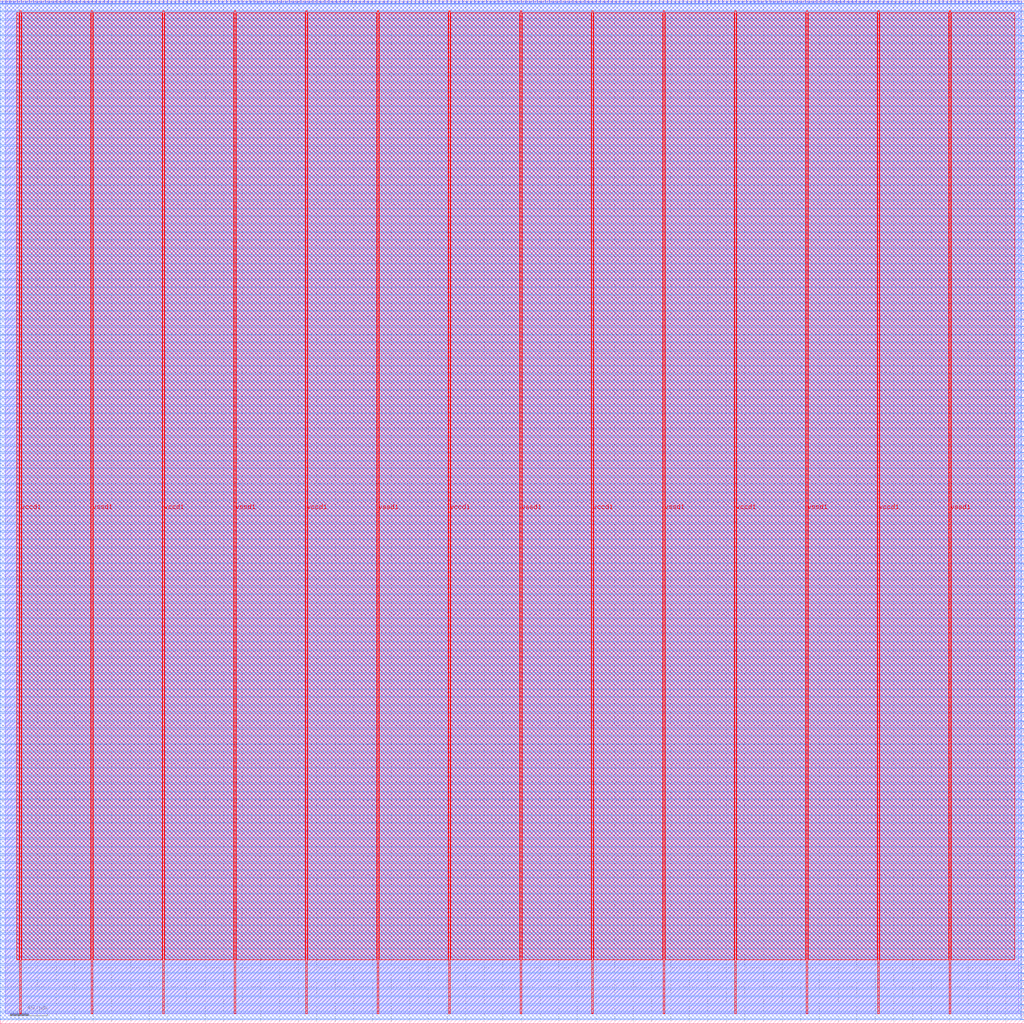
<source format=lef>
VERSION 5.7 ;
  NOWIREEXTENSIONATPIN ON ;
  DIVIDERCHAR "/" ;
  BUSBITCHARS "[]" ;
MACRO multiply_4
  CLASS BLOCK ;
  FOREIGN multiply_4 ;
  ORIGIN 0.000 0.000 ;
  SIZE 1100.000 BY 1100.000 ;
  PIN clk
    DIRECTION INPUT ;
    USE SIGNAL ;
    PORT
      LAYER met2 ;
        RECT 1.930 1096.000 2.210 1100.000 ;
    END
  END clk
  PIN m_in[0]
    DIRECTION INPUT ;
    USE SIGNAL ;
    PORT
      LAYER met2 ;
        RECT 6.070 1096.000 6.350 1100.000 ;
    END
  END m_in[0]
  PIN m_in[100]
    DIRECTION INPUT ;
    USE SIGNAL ;
    PORT
      LAYER met2 ;
        RECT 428.810 1096.000 429.090 1100.000 ;
    END
  END m_in[100]
  PIN m_in[101]
    DIRECTION INPUT ;
    USE SIGNAL ;
    PORT
      LAYER met2 ;
        RECT 433.410 1096.000 433.690 1100.000 ;
    END
  END m_in[101]
  PIN m_in[102]
    DIRECTION INPUT ;
    USE SIGNAL ;
    PORT
      LAYER met2 ;
        RECT 437.550 1096.000 437.830 1100.000 ;
    END
  END m_in[102]
  PIN m_in[103]
    DIRECTION INPUT ;
    USE SIGNAL ;
    PORT
      LAYER met2 ;
        RECT 441.690 1096.000 441.970 1100.000 ;
    END
  END m_in[103]
  PIN m_in[104]
    DIRECTION INPUT ;
    USE SIGNAL ;
    PORT
      LAYER met2 ;
        RECT 445.830 1096.000 446.110 1100.000 ;
    END
  END m_in[104]
  PIN m_in[105]
    DIRECTION INPUT ;
    USE SIGNAL ;
    PORT
      LAYER met2 ;
        RECT 449.970 1096.000 450.250 1100.000 ;
    END
  END m_in[105]
  PIN m_in[106]
    DIRECTION INPUT ;
    USE SIGNAL ;
    PORT
      LAYER met2 ;
        RECT 454.110 1096.000 454.390 1100.000 ;
    END
  END m_in[106]
  PIN m_in[107]
    DIRECTION INPUT ;
    USE SIGNAL ;
    PORT
      LAYER met2 ;
        RECT 458.710 1096.000 458.990 1100.000 ;
    END
  END m_in[107]
  PIN m_in[108]
    DIRECTION INPUT ;
    USE SIGNAL ;
    PORT
      LAYER met2 ;
        RECT 462.850 1096.000 463.130 1100.000 ;
    END
  END m_in[108]
  PIN m_in[109]
    DIRECTION INPUT ;
    USE SIGNAL ;
    PORT
      LAYER met2 ;
        RECT 466.990 1096.000 467.270 1100.000 ;
    END
  END m_in[109]
  PIN m_in[10]
    DIRECTION INPUT ;
    USE SIGNAL ;
    PORT
      LAYER met2 ;
        RECT 48.390 1096.000 48.670 1100.000 ;
    END
  END m_in[10]
  PIN m_in[110]
    DIRECTION INPUT ;
    USE SIGNAL ;
    PORT
      LAYER met2 ;
        RECT 471.130 1096.000 471.410 1100.000 ;
    END
  END m_in[110]
  PIN m_in[111]
    DIRECTION INPUT ;
    USE SIGNAL ;
    PORT
      LAYER met2 ;
        RECT 475.270 1096.000 475.550 1100.000 ;
    END
  END m_in[111]
  PIN m_in[112]
    DIRECTION INPUT ;
    USE SIGNAL ;
    PORT
      LAYER met2 ;
        RECT 479.870 1096.000 480.150 1100.000 ;
    END
  END m_in[112]
  PIN m_in[113]
    DIRECTION INPUT ;
    USE SIGNAL ;
    PORT
      LAYER met2 ;
        RECT 484.010 1096.000 484.290 1100.000 ;
    END
  END m_in[113]
  PIN m_in[114]
    DIRECTION INPUT ;
    USE SIGNAL ;
    PORT
      LAYER met2 ;
        RECT 488.150 1096.000 488.430 1100.000 ;
    END
  END m_in[114]
  PIN m_in[115]
    DIRECTION INPUT ;
    USE SIGNAL ;
    PORT
      LAYER met2 ;
        RECT 492.290 1096.000 492.570 1100.000 ;
    END
  END m_in[115]
  PIN m_in[116]
    DIRECTION INPUT ;
    USE SIGNAL ;
    PORT
      LAYER met2 ;
        RECT 496.430 1096.000 496.710 1100.000 ;
    END
  END m_in[116]
  PIN m_in[117]
    DIRECTION INPUT ;
    USE SIGNAL ;
    PORT
      LAYER met2 ;
        RECT 501.030 1096.000 501.310 1100.000 ;
    END
  END m_in[117]
  PIN m_in[118]
    DIRECTION INPUT ;
    USE SIGNAL ;
    PORT
      LAYER met2 ;
        RECT 505.170 1096.000 505.450 1100.000 ;
    END
  END m_in[118]
  PIN m_in[119]
    DIRECTION INPUT ;
    USE SIGNAL ;
    PORT
      LAYER met2 ;
        RECT 509.310 1096.000 509.590 1100.000 ;
    END
  END m_in[119]
  PIN m_in[11]
    DIRECTION INPUT ;
    USE SIGNAL ;
    PORT
      LAYER met2 ;
        RECT 52.530 1096.000 52.810 1100.000 ;
    END
  END m_in[11]
  PIN m_in[120]
    DIRECTION INPUT ;
    USE SIGNAL ;
    PORT
      LAYER met2 ;
        RECT 513.450 1096.000 513.730 1100.000 ;
    END
  END m_in[120]
  PIN m_in[121]
    DIRECTION INPUT ;
    USE SIGNAL ;
    PORT
      LAYER met2 ;
        RECT 517.590 1096.000 517.870 1100.000 ;
    END
  END m_in[121]
  PIN m_in[122]
    DIRECTION INPUT ;
    USE SIGNAL ;
    PORT
      LAYER met2 ;
        RECT 522.190 1096.000 522.470 1100.000 ;
    END
  END m_in[122]
  PIN m_in[123]
    DIRECTION INPUT ;
    USE SIGNAL ;
    PORT
      LAYER met2 ;
        RECT 526.330 1096.000 526.610 1100.000 ;
    END
  END m_in[123]
  PIN m_in[124]
    DIRECTION INPUT ;
    USE SIGNAL ;
    PORT
      LAYER met2 ;
        RECT 530.470 1096.000 530.750 1100.000 ;
    END
  END m_in[124]
  PIN m_in[125]
    DIRECTION INPUT ;
    USE SIGNAL ;
    PORT
      LAYER met2 ;
        RECT 534.610 1096.000 534.890 1100.000 ;
    END
  END m_in[125]
  PIN m_in[126]
    DIRECTION INPUT ;
    USE SIGNAL ;
    PORT
      LAYER met2 ;
        RECT 538.750 1096.000 539.030 1100.000 ;
    END
  END m_in[126]
  PIN m_in[127]
    DIRECTION INPUT ;
    USE SIGNAL ;
    PORT
      LAYER met2 ;
        RECT 543.350 1096.000 543.630 1100.000 ;
    END
  END m_in[127]
  PIN m_in[128]
    DIRECTION INPUT ;
    USE SIGNAL ;
    PORT
      LAYER met2 ;
        RECT 547.490 1096.000 547.770 1100.000 ;
    END
  END m_in[128]
  PIN m_in[129]
    DIRECTION INPUT ;
    USE SIGNAL ;
    PORT
      LAYER met2 ;
        RECT 551.630 1096.000 551.910 1100.000 ;
    END
  END m_in[129]
  PIN m_in[12]
    DIRECTION INPUT ;
    USE SIGNAL ;
    PORT
      LAYER met2 ;
        RECT 56.670 1096.000 56.950 1100.000 ;
    END
  END m_in[12]
  PIN m_in[130]
    DIRECTION INPUT ;
    USE SIGNAL ;
    PORT
      LAYER met2 ;
        RECT 555.770 1096.000 556.050 1100.000 ;
    END
  END m_in[130]
  PIN m_in[131]
    DIRECTION INPUT ;
    USE SIGNAL ;
    PORT
      LAYER met2 ;
        RECT 559.910 1096.000 560.190 1100.000 ;
    END
  END m_in[131]
  PIN m_in[132]
    DIRECTION INPUT ;
    USE SIGNAL ;
    PORT
      LAYER met2 ;
        RECT 564.510 1096.000 564.790 1100.000 ;
    END
  END m_in[132]
  PIN m_in[133]
    DIRECTION INPUT ;
    USE SIGNAL ;
    PORT
      LAYER met2 ;
        RECT 568.650 1096.000 568.930 1100.000 ;
    END
  END m_in[133]
  PIN m_in[134]
    DIRECTION INPUT ;
    USE SIGNAL ;
    PORT
      LAYER met2 ;
        RECT 572.790 1096.000 573.070 1100.000 ;
    END
  END m_in[134]
  PIN m_in[135]
    DIRECTION INPUT ;
    USE SIGNAL ;
    PORT
      LAYER met2 ;
        RECT 576.930 1096.000 577.210 1100.000 ;
    END
  END m_in[135]
  PIN m_in[136]
    DIRECTION INPUT ;
    USE SIGNAL ;
    PORT
      LAYER met2 ;
        RECT 581.070 1096.000 581.350 1100.000 ;
    END
  END m_in[136]
  PIN m_in[137]
    DIRECTION INPUT ;
    USE SIGNAL ;
    PORT
      LAYER met2 ;
        RECT 585.670 1096.000 585.950 1100.000 ;
    END
  END m_in[137]
  PIN m_in[138]
    DIRECTION INPUT ;
    USE SIGNAL ;
    PORT
      LAYER met2 ;
        RECT 589.810 1096.000 590.090 1100.000 ;
    END
  END m_in[138]
  PIN m_in[139]
    DIRECTION INPUT ;
    USE SIGNAL ;
    PORT
      LAYER met2 ;
        RECT 593.950 1096.000 594.230 1100.000 ;
    END
  END m_in[139]
  PIN m_in[13]
    DIRECTION INPUT ;
    USE SIGNAL ;
    PORT
      LAYER met2 ;
        RECT 60.810 1096.000 61.090 1100.000 ;
    END
  END m_in[13]
  PIN m_in[140]
    DIRECTION INPUT ;
    USE SIGNAL ;
    PORT
      LAYER met2 ;
        RECT 598.090 1096.000 598.370 1100.000 ;
    END
  END m_in[140]
  PIN m_in[141]
    DIRECTION INPUT ;
    USE SIGNAL ;
    PORT
      LAYER met2 ;
        RECT 602.230 1096.000 602.510 1100.000 ;
    END
  END m_in[141]
  PIN m_in[142]
    DIRECTION INPUT ;
    USE SIGNAL ;
    PORT
      LAYER met2 ;
        RECT 606.830 1096.000 607.110 1100.000 ;
    END
  END m_in[142]
  PIN m_in[143]
    DIRECTION INPUT ;
    USE SIGNAL ;
    PORT
      LAYER met2 ;
        RECT 610.970 1096.000 611.250 1100.000 ;
    END
  END m_in[143]
  PIN m_in[144]
    DIRECTION INPUT ;
    USE SIGNAL ;
    PORT
      LAYER met2 ;
        RECT 615.110 1096.000 615.390 1100.000 ;
    END
  END m_in[144]
  PIN m_in[145]
    DIRECTION INPUT ;
    USE SIGNAL ;
    PORT
      LAYER met2 ;
        RECT 619.250 1096.000 619.530 1100.000 ;
    END
  END m_in[145]
  PIN m_in[146]
    DIRECTION INPUT ;
    USE SIGNAL ;
    PORT
      LAYER met2 ;
        RECT 623.390 1096.000 623.670 1100.000 ;
    END
  END m_in[146]
  PIN m_in[147]
    DIRECTION INPUT ;
    USE SIGNAL ;
    PORT
      LAYER met2 ;
        RECT 627.990 1096.000 628.270 1100.000 ;
    END
  END m_in[147]
  PIN m_in[148]
    DIRECTION INPUT ;
    USE SIGNAL ;
    PORT
      LAYER met2 ;
        RECT 632.130 1096.000 632.410 1100.000 ;
    END
  END m_in[148]
  PIN m_in[149]
    DIRECTION INPUT ;
    USE SIGNAL ;
    PORT
      LAYER met2 ;
        RECT 636.270 1096.000 636.550 1100.000 ;
    END
  END m_in[149]
  PIN m_in[14]
    DIRECTION INPUT ;
    USE SIGNAL ;
    PORT
      LAYER met2 ;
        RECT 64.950 1096.000 65.230 1100.000 ;
    END
  END m_in[14]
  PIN m_in[150]
    DIRECTION INPUT ;
    USE SIGNAL ;
    PORT
      LAYER met2 ;
        RECT 640.410 1096.000 640.690 1100.000 ;
    END
  END m_in[150]
  PIN m_in[151]
    DIRECTION INPUT ;
    USE SIGNAL ;
    PORT
      LAYER met2 ;
        RECT 644.550 1096.000 644.830 1100.000 ;
    END
  END m_in[151]
  PIN m_in[152]
    DIRECTION INPUT ;
    USE SIGNAL ;
    PORT
      LAYER met2 ;
        RECT 649.150 1096.000 649.430 1100.000 ;
    END
  END m_in[152]
  PIN m_in[153]
    DIRECTION INPUT ;
    USE SIGNAL ;
    PORT
      LAYER met2 ;
        RECT 653.290 1096.000 653.570 1100.000 ;
    END
  END m_in[153]
  PIN m_in[154]
    DIRECTION INPUT ;
    USE SIGNAL ;
    PORT
      LAYER met2 ;
        RECT 657.430 1096.000 657.710 1100.000 ;
    END
  END m_in[154]
  PIN m_in[155]
    DIRECTION INPUT ;
    USE SIGNAL ;
    PORT
      LAYER met2 ;
        RECT 661.570 1096.000 661.850 1100.000 ;
    END
  END m_in[155]
  PIN m_in[156]
    DIRECTION INPUT ;
    USE SIGNAL ;
    PORT
      LAYER met2 ;
        RECT 665.710 1096.000 665.990 1100.000 ;
    END
  END m_in[156]
  PIN m_in[157]
    DIRECTION INPUT ;
    USE SIGNAL ;
    PORT
      LAYER met2 ;
        RECT 669.850 1096.000 670.130 1100.000 ;
    END
  END m_in[157]
  PIN m_in[158]
    DIRECTION INPUT ;
    USE SIGNAL ;
    PORT
      LAYER met2 ;
        RECT 674.450 1096.000 674.730 1100.000 ;
    END
  END m_in[158]
  PIN m_in[159]
    DIRECTION INPUT ;
    USE SIGNAL ;
    PORT
      LAYER met2 ;
        RECT 678.590 1096.000 678.870 1100.000 ;
    END
  END m_in[159]
  PIN m_in[15]
    DIRECTION INPUT ;
    USE SIGNAL ;
    PORT
      LAYER met2 ;
        RECT 69.550 1096.000 69.830 1100.000 ;
    END
  END m_in[15]
  PIN m_in[160]
    DIRECTION INPUT ;
    USE SIGNAL ;
    PORT
      LAYER met2 ;
        RECT 682.730 1096.000 683.010 1100.000 ;
    END
  END m_in[160]
  PIN m_in[161]
    DIRECTION INPUT ;
    USE SIGNAL ;
    PORT
      LAYER met2 ;
        RECT 686.870 1096.000 687.150 1100.000 ;
    END
  END m_in[161]
  PIN m_in[162]
    DIRECTION INPUT ;
    USE SIGNAL ;
    PORT
      LAYER met2 ;
        RECT 691.010 1096.000 691.290 1100.000 ;
    END
  END m_in[162]
  PIN m_in[163]
    DIRECTION INPUT ;
    USE SIGNAL ;
    PORT
      LAYER met2 ;
        RECT 695.610 1096.000 695.890 1100.000 ;
    END
  END m_in[163]
  PIN m_in[164]
    DIRECTION INPUT ;
    USE SIGNAL ;
    PORT
      LAYER met2 ;
        RECT 699.750 1096.000 700.030 1100.000 ;
    END
  END m_in[164]
  PIN m_in[165]
    DIRECTION INPUT ;
    USE SIGNAL ;
    PORT
      LAYER met2 ;
        RECT 703.890 1096.000 704.170 1100.000 ;
    END
  END m_in[165]
  PIN m_in[166]
    DIRECTION INPUT ;
    USE SIGNAL ;
    PORT
      LAYER met2 ;
        RECT 708.030 1096.000 708.310 1100.000 ;
    END
  END m_in[166]
  PIN m_in[167]
    DIRECTION INPUT ;
    USE SIGNAL ;
    PORT
      LAYER met2 ;
        RECT 712.170 1096.000 712.450 1100.000 ;
    END
  END m_in[167]
  PIN m_in[168]
    DIRECTION INPUT ;
    USE SIGNAL ;
    PORT
      LAYER met2 ;
        RECT 716.770 1096.000 717.050 1100.000 ;
    END
  END m_in[168]
  PIN m_in[169]
    DIRECTION INPUT ;
    USE SIGNAL ;
    PORT
      LAYER met2 ;
        RECT 720.910 1096.000 721.190 1100.000 ;
    END
  END m_in[169]
  PIN m_in[16]
    DIRECTION INPUT ;
    USE SIGNAL ;
    PORT
      LAYER met2 ;
        RECT 73.690 1096.000 73.970 1100.000 ;
    END
  END m_in[16]
  PIN m_in[170]
    DIRECTION INPUT ;
    USE SIGNAL ;
    PORT
      LAYER met2 ;
        RECT 725.050 1096.000 725.330 1100.000 ;
    END
  END m_in[170]
  PIN m_in[171]
    DIRECTION INPUT ;
    USE SIGNAL ;
    PORT
      LAYER met2 ;
        RECT 729.190 1096.000 729.470 1100.000 ;
    END
  END m_in[171]
  PIN m_in[172]
    DIRECTION INPUT ;
    USE SIGNAL ;
    PORT
      LAYER met2 ;
        RECT 733.330 1096.000 733.610 1100.000 ;
    END
  END m_in[172]
  PIN m_in[173]
    DIRECTION INPUT ;
    USE SIGNAL ;
    PORT
      LAYER met2 ;
        RECT 737.930 1096.000 738.210 1100.000 ;
    END
  END m_in[173]
  PIN m_in[174]
    DIRECTION INPUT ;
    USE SIGNAL ;
    PORT
      LAYER met2 ;
        RECT 742.070 1096.000 742.350 1100.000 ;
    END
  END m_in[174]
  PIN m_in[175]
    DIRECTION INPUT ;
    USE SIGNAL ;
    PORT
      LAYER met2 ;
        RECT 746.210 1096.000 746.490 1100.000 ;
    END
  END m_in[175]
  PIN m_in[176]
    DIRECTION INPUT ;
    USE SIGNAL ;
    PORT
      LAYER met2 ;
        RECT 750.350 1096.000 750.630 1100.000 ;
    END
  END m_in[176]
  PIN m_in[177]
    DIRECTION INPUT ;
    USE SIGNAL ;
    PORT
      LAYER met2 ;
        RECT 754.490 1096.000 754.770 1100.000 ;
    END
  END m_in[177]
  PIN m_in[178]
    DIRECTION INPUT ;
    USE SIGNAL ;
    PORT
      LAYER met2 ;
        RECT 759.090 1096.000 759.370 1100.000 ;
    END
  END m_in[178]
  PIN m_in[179]
    DIRECTION INPUT ;
    USE SIGNAL ;
    PORT
      LAYER met2 ;
        RECT 763.230 1096.000 763.510 1100.000 ;
    END
  END m_in[179]
  PIN m_in[17]
    DIRECTION INPUT ;
    USE SIGNAL ;
    PORT
      LAYER met2 ;
        RECT 77.830 1096.000 78.110 1100.000 ;
    END
  END m_in[17]
  PIN m_in[180]
    DIRECTION INPUT ;
    USE SIGNAL ;
    PORT
      LAYER met2 ;
        RECT 767.370 1096.000 767.650 1100.000 ;
    END
  END m_in[180]
  PIN m_in[181]
    DIRECTION INPUT ;
    USE SIGNAL ;
    PORT
      LAYER met2 ;
        RECT 771.510 1096.000 771.790 1100.000 ;
    END
  END m_in[181]
  PIN m_in[182]
    DIRECTION INPUT ;
    USE SIGNAL ;
    PORT
      LAYER met2 ;
        RECT 775.650 1096.000 775.930 1100.000 ;
    END
  END m_in[182]
  PIN m_in[183]
    DIRECTION INPUT ;
    USE SIGNAL ;
    PORT
      LAYER met2 ;
        RECT 780.250 1096.000 780.530 1100.000 ;
    END
  END m_in[183]
  PIN m_in[184]
    DIRECTION INPUT ;
    USE SIGNAL ;
    PORT
      LAYER met2 ;
        RECT 784.390 1096.000 784.670 1100.000 ;
    END
  END m_in[184]
  PIN m_in[185]
    DIRECTION INPUT ;
    USE SIGNAL ;
    PORT
      LAYER met2 ;
        RECT 788.530 1096.000 788.810 1100.000 ;
    END
  END m_in[185]
  PIN m_in[186]
    DIRECTION INPUT ;
    USE SIGNAL ;
    PORT
      LAYER met2 ;
        RECT 792.670 1096.000 792.950 1100.000 ;
    END
  END m_in[186]
  PIN m_in[187]
    DIRECTION INPUT ;
    USE SIGNAL ;
    PORT
      LAYER met2 ;
        RECT 796.810 1096.000 797.090 1100.000 ;
    END
  END m_in[187]
  PIN m_in[188]
    DIRECTION INPUT ;
    USE SIGNAL ;
    PORT
      LAYER met2 ;
        RECT 801.410 1096.000 801.690 1100.000 ;
    END
  END m_in[188]
  PIN m_in[189]
    DIRECTION INPUT ;
    USE SIGNAL ;
    PORT
      LAYER met2 ;
        RECT 805.550 1096.000 805.830 1100.000 ;
    END
  END m_in[189]
  PIN m_in[18]
    DIRECTION INPUT ;
    USE SIGNAL ;
    PORT
      LAYER met2 ;
        RECT 81.970 1096.000 82.250 1100.000 ;
    END
  END m_in[18]
  PIN m_in[190]
    DIRECTION INPUT ;
    USE SIGNAL ;
    PORT
      LAYER met2 ;
        RECT 809.690 1096.000 809.970 1100.000 ;
    END
  END m_in[190]
  PIN m_in[191]
    DIRECTION INPUT ;
    USE SIGNAL ;
    PORT
      LAYER met2 ;
        RECT 813.830 1096.000 814.110 1100.000 ;
    END
  END m_in[191]
  PIN m_in[192]
    DIRECTION INPUT ;
    USE SIGNAL ;
    PORT
      LAYER met2 ;
        RECT 817.970 1096.000 818.250 1100.000 ;
    END
  END m_in[192]
  PIN m_in[193]
    DIRECTION INPUT ;
    USE SIGNAL ;
    PORT
      LAYER met2 ;
        RECT 822.570 1096.000 822.850 1100.000 ;
    END
  END m_in[193]
  PIN m_in[194]
    DIRECTION INPUT ;
    USE SIGNAL ;
    PORT
      LAYER met2 ;
        RECT 826.710 1096.000 826.990 1100.000 ;
    END
  END m_in[194]
  PIN m_in[195]
    DIRECTION INPUT ;
    USE SIGNAL ;
    PORT
      LAYER met2 ;
        RECT 830.850 1096.000 831.130 1100.000 ;
    END
  END m_in[195]
  PIN m_in[196]
    DIRECTION INPUT ;
    USE SIGNAL ;
    PORT
      LAYER met2 ;
        RECT 834.990 1096.000 835.270 1100.000 ;
    END
  END m_in[196]
  PIN m_in[197]
    DIRECTION INPUT ;
    USE SIGNAL ;
    PORT
      LAYER met2 ;
        RECT 839.130 1096.000 839.410 1100.000 ;
    END
  END m_in[197]
  PIN m_in[198]
    DIRECTION INPUT ;
    USE SIGNAL ;
    PORT
      LAYER met2 ;
        RECT 843.730 1096.000 844.010 1100.000 ;
    END
  END m_in[198]
  PIN m_in[199]
    DIRECTION INPUT ;
    USE SIGNAL ;
    PORT
      LAYER met2 ;
        RECT 847.870 1096.000 848.150 1100.000 ;
    END
  END m_in[199]
  PIN m_in[19]
    DIRECTION INPUT ;
    USE SIGNAL ;
    PORT
      LAYER met2 ;
        RECT 86.110 1096.000 86.390 1100.000 ;
    END
  END m_in[19]
  PIN m_in[1]
    DIRECTION INPUT ;
    USE SIGNAL ;
    PORT
      LAYER met2 ;
        RECT 10.210 1096.000 10.490 1100.000 ;
    END
  END m_in[1]
  PIN m_in[200]
    DIRECTION INPUT ;
    USE SIGNAL ;
    PORT
      LAYER met2 ;
        RECT 852.010 1096.000 852.290 1100.000 ;
    END
  END m_in[200]
  PIN m_in[201]
    DIRECTION INPUT ;
    USE SIGNAL ;
    PORT
      LAYER met2 ;
        RECT 856.150 1096.000 856.430 1100.000 ;
    END
  END m_in[201]
  PIN m_in[202]
    DIRECTION INPUT ;
    USE SIGNAL ;
    PORT
      LAYER met2 ;
        RECT 860.290 1096.000 860.570 1100.000 ;
    END
  END m_in[202]
  PIN m_in[203]
    DIRECTION INPUT ;
    USE SIGNAL ;
    PORT
      LAYER met2 ;
        RECT 864.890 1096.000 865.170 1100.000 ;
    END
  END m_in[203]
  PIN m_in[204]
    DIRECTION INPUT ;
    USE SIGNAL ;
    PORT
      LAYER met2 ;
        RECT 869.030 1096.000 869.310 1100.000 ;
    END
  END m_in[204]
  PIN m_in[205]
    DIRECTION INPUT ;
    USE SIGNAL ;
    PORT
      LAYER met2 ;
        RECT 873.170 1096.000 873.450 1100.000 ;
    END
  END m_in[205]
  PIN m_in[206]
    DIRECTION INPUT ;
    USE SIGNAL ;
    PORT
      LAYER met2 ;
        RECT 877.310 1096.000 877.590 1100.000 ;
    END
  END m_in[206]
  PIN m_in[207]
    DIRECTION INPUT ;
    USE SIGNAL ;
    PORT
      LAYER met2 ;
        RECT 881.450 1096.000 881.730 1100.000 ;
    END
  END m_in[207]
  PIN m_in[208]
    DIRECTION INPUT ;
    USE SIGNAL ;
    PORT
      LAYER met2 ;
        RECT 885.590 1096.000 885.870 1100.000 ;
    END
  END m_in[208]
  PIN m_in[209]
    DIRECTION INPUT ;
    USE SIGNAL ;
    PORT
      LAYER met2 ;
        RECT 890.190 1096.000 890.470 1100.000 ;
    END
  END m_in[209]
  PIN m_in[20]
    DIRECTION INPUT ;
    USE SIGNAL ;
    PORT
      LAYER met2 ;
        RECT 90.710 1096.000 90.990 1100.000 ;
    END
  END m_in[20]
  PIN m_in[210]
    DIRECTION INPUT ;
    USE SIGNAL ;
    PORT
      LAYER met2 ;
        RECT 894.330 1096.000 894.610 1100.000 ;
    END
  END m_in[210]
  PIN m_in[211]
    DIRECTION INPUT ;
    USE SIGNAL ;
    PORT
      LAYER met2 ;
        RECT 898.470 1096.000 898.750 1100.000 ;
    END
  END m_in[211]
  PIN m_in[212]
    DIRECTION INPUT ;
    USE SIGNAL ;
    PORT
      LAYER met2 ;
        RECT 902.610 1096.000 902.890 1100.000 ;
    END
  END m_in[212]
  PIN m_in[213]
    DIRECTION INPUT ;
    USE SIGNAL ;
    PORT
      LAYER met2 ;
        RECT 906.750 1096.000 907.030 1100.000 ;
    END
  END m_in[213]
  PIN m_in[214]
    DIRECTION INPUT ;
    USE SIGNAL ;
    PORT
      LAYER met2 ;
        RECT 911.350 1096.000 911.630 1100.000 ;
    END
  END m_in[214]
  PIN m_in[215]
    DIRECTION INPUT ;
    USE SIGNAL ;
    PORT
      LAYER met2 ;
        RECT 915.490 1096.000 915.770 1100.000 ;
    END
  END m_in[215]
  PIN m_in[216]
    DIRECTION INPUT ;
    USE SIGNAL ;
    PORT
      LAYER met2 ;
        RECT 919.630 1096.000 919.910 1100.000 ;
    END
  END m_in[216]
  PIN m_in[217]
    DIRECTION INPUT ;
    USE SIGNAL ;
    PORT
      LAYER met2 ;
        RECT 923.770 1096.000 924.050 1100.000 ;
    END
  END m_in[217]
  PIN m_in[218]
    DIRECTION INPUT ;
    USE SIGNAL ;
    PORT
      LAYER met2 ;
        RECT 927.910 1096.000 928.190 1100.000 ;
    END
  END m_in[218]
  PIN m_in[219]
    DIRECTION INPUT ;
    USE SIGNAL ;
    PORT
      LAYER met2 ;
        RECT 932.510 1096.000 932.790 1100.000 ;
    END
  END m_in[219]
  PIN m_in[21]
    DIRECTION INPUT ;
    USE SIGNAL ;
    PORT
      LAYER met2 ;
        RECT 94.850 1096.000 95.130 1100.000 ;
    END
  END m_in[21]
  PIN m_in[220]
    DIRECTION INPUT ;
    USE SIGNAL ;
    PORT
      LAYER met2 ;
        RECT 936.650 1096.000 936.930 1100.000 ;
    END
  END m_in[220]
  PIN m_in[221]
    DIRECTION INPUT ;
    USE SIGNAL ;
    PORT
      LAYER met2 ;
        RECT 940.790 1096.000 941.070 1100.000 ;
    END
  END m_in[221]
  PIN m_in[222]
    DIRECTION INPUT ;
    USE SIGNAL ;
    PORT
      LAYER met2 ;
        RECT 944.930 1096.000 945.210 1100.000 ;
    END
  END m_in[222]
  PIN m_in[223]
    DIRECTION INPUT ;
    USE SIGNAL ;
    PORT
      LAYER met2 ;
        RECT 949.070 1096.000 949.350 1100.000 ;
    END
  END m_in[223]
  PIN m_in[224]
    DIRECTION INPUT ;
    USE SIGNAL ;
    PORT
      LAYER met2 ;
        RECT 953.670 1096.000 953.950 1100.000 ;
    END
  END m_in[224]
  PIN m_in[225]
    DIRECTION INPUT ;
    USE SIGNAL ;
    PORT
      LAYER met2 ;
        RECT 957.810 1096.000 958.090 1100.000 ;
    END
  END m_in[225]
  PIN m_in[226]
    DIRECTION INPUT ;
    USE SIGNAL ;
    PORT
      LAYER met2 ;
        RECT 961.950 1096.000 962.230 1100.000 ;
    END
  END m_in[226]
  PIN m_in[227]
    DIRECTION INPUT ;
    USE SIGNAL ;
    PORT
      LAYER met2 ;
        RECT 966.090 1096.000 966.370 1100.000 ;
    END
  END m_in[227]
  PIN m_in[228]
    DIRECTION INPUT ;
    USE SIGNAL ;
    PORT
      LAYER met2 ;
        RECT 970.230 1096.000 970.510 1100.000 ;
    END
  END m_in[228]
  PIN m_in[229]
    DIRECTION INPUT ;
    USE SIGNAL ;
    PORT
      LAYER met2 ;
        RECT 974.830 1096.000 975.110 1100.000 ;
    END
  END m_in[229]
  PIN m_in[22]
    DIRECTION INPUT ;
    USE SIGNAL ;
    PORT
      LAYER met2 ;
        RECT 98.990 1096.000 99.270 1100.000 ;
    END
  END m_in[22]
  PIN m_in[230]
    DIRECTION INPUT ;
    USE SIGNAL ;
    PORT
      LAYER met2 ;
        RECT 978.970 1096.000 979.250 1100.000 ;
    END
  END m_in[230]
  PIN m_in[231]
    DIRECTION INPUT ;
    USE SIGNAL ;
    PORT
      LAYER met2 ;
        RECT 983.110 1096.000 983.390 1100.000 ;
    END
  END m_in[231]
  PIN m_in[232]
    DIRECTION INPUT ;
    USE SIGNAL ;
    PORT
      LAYER met2 ;
        RECT 987.250 1096.000 987.530 1100.000 ;
    END
  END m_in[232]
  PIN m_in[233]
    DIRECTION INPUT ;
    USE SIGNAL ;
    PORT
      LAYER met2 ;
        RECT 991.390 1096.000 991.670 1100.000 ;
    END
  END m_in[233]
  PIN m_in[234]
    DIRECTION INPUT ;
    USE SIGNAL ;
    PORT
      LAYER met2 ;
        RECT 995.990 1096.000 996.270 1100.000 ;
    END
  END m_in[234]
  PIN m_in[235]
    DIRECTION INPUT ;
    USE SIGNAL ;
    PORT
      LAYER met2 ;
        RECT 1000.130 1096.000 1000.410 1100.000 ;
    END
  END m_in[235]
  PIN m_in[236]
    DIRECTION INPUT ;
    USE SIGNAL ;
    PORT
      LAYER met2 ;
        RECT 1004.270 1096.000 1004.550 1100.000 ;
    END
  END m_in[236]
  PIN m_in[237]
    DIRECTION INPUT ;
    USE SIGNAL ;
    PORT
      LAYER met2 ;
        RECT 1008.410 1096.000 1008.690 1100.000 ;
    END
  END m_in[237]
  PIN m_in[238]
    DIRECTION INPUT ;
    USE SIGNAL ;
    PORT
      LAYER met2 ;
        RECT 1012.550 1096.000 1012.830 1100.000 ;
    END
  END m_in[238]
  PIN m_in[239]
    DIRECTION INPUT ;
    USE SIGNAL ;
    PORT
      LAYER met2 ;
        RECT 1017.150 1096.000 1017.430 1100.000 ;
    END
  END m_in[239]
  PIN m_in[23]
    DIRECTION INPUT ;
    USE SIGNAL ;
    PORT
      LAYER met2 ;
        RECT 103.130 1096.000 103.410 1100.000 ;
    END
  END m_in[23]
  PIN m_in[240]
    DIRECTION INPUT ;
    USE SIGNAL ;
    PORT
      LAYER met2 ;
        RECT 1021.290 1096.000 1021.570 1100.000 ;
    END
  END m_in[240]
  PIN m_in[241]
    DIRECTION INPUT ;
    USE SIGNAL ;
    PORT
      LAYER met2 ;
        RECT 1025.430 1096.000 1025.710 1100.000 ;
    END
  END m_in[241]
  PIN m_in[242]
    DIRECTION INPUT ;
    USE SIGNAL ;
    PORT
      LAYER met2 ;
        RECT 1029.570 1096.000 1029.850 1100.000 ;
    END
  END m_in[242]
  PIN m_in[243]
    DIRECTION INPUT ;
    USE SIGNAL ;
    PORT
      LAYER met2 ;
        RECT 1033.710 1096.000 1033.990 1100.000 ;
    END
  END m_in[243]
  PIN m_in[244]
    DIRECTION INPUT ;
    USE SIGNAL ;
    PORT
      LAYER met2 ;
        RECT 1038.310 1096.000 1038.590 1100.000 ;
    END
  END m_in[244]
  PIN m_in[245]
    DIRECTION INPUT ;
    USE SIGNAL ;
    PORT
      LAYER met2 ;
        RECT 1042.450 1096.000 1042.730 1100.000 ;
    END
  END m_in[245]
  PIN m_in[246]
    DIRECTION INPUT ;
    USE SIGNAL ;
    PORT
      LAYER met2 ;
        RECT 1046.590 1096.000 1046.870 1100.000 ;
    END
  END m_in[246]
  PIN m_in[247]
    DIRECTION INPUT ;
    USE SIGNAL ;
    PORT
      LAYER met2 ;
        RECT 1050.730 1096.000 1051.010 1100.000 ;
    END
  END m_in[247]
  PIN m_in[248]
    DIRECTION INPUT ;
    USE SIGNAL ;
    PORT
      LAYER met2 ;
        RECT 1054.870 1096.000 1055.150 1100.000 ;
    END
  END m_in[248]
  PIN m_in[249]
    DIRECTION INPUT ;
    USE SIGNAL ;
    PORT
      LAYER met2 ;
        RECT 1059.470 1096.000 1059.750 1100.000 ;
    END
  END m_in[249]
  PIN m_in[24]
    DIRECTION INPUT ;
    USE SIGNAL ;
    PORT
      LAYER met2 ;
        RECT 107.270 1096.000 107.550 1100.000 ;
    END
  END m_in[24]
  PIN m_in[250]
    DIRECTION INPUT ;
    USE SIGNAL ;
    PORT
      LAYER met2 ;
        RECT 1063.610 1096.000 1063.890 1100.000 ;
    END
  END m_in[250]
  PIN m_in[251]
    DIRECTION INPUT ;
    USE SIGNAL ;
    PORT
      LAYER met2 ;
        RECT 1067.750 1096.000 1068.030 1100.000 ;
    END
  END m_in[251]
  PIN m_in[252]
    DIRECTION INPUT ;
    USE SIGNAL ;
    PORT
      LAYER met2 ;
        RECT 1071.890 1096.000 1072.170 1100.000 ;
    END
  END m_in[252]
  PIN m_in[253]
    DIRECTION INPUT ;
    USE SIGNAL ;
    PORT
      LAYER met2 ;
        RECT 1076.030 1096.000 1076.310 1100.000 ;
    END
  END m_in[253]
  PIN m_in[254]
    DIRECTION INPUT ;
    USE SIGNAL ;
    PORT
      LAYER met2 ;
        RECT 1080.630 1096.000 1080.910 1100.000 ;
    END
  END m_in[254]
  PIN m_in[255]
    DIRECTION INPUT ;
    USE SIGNAL ;
    PORT
      LAYER met2 ;
        RECT 1084.770 1096.000 1085.050 1100.000 ;
    END
  END m_in[255]
  PIN m_in[256]
    DIRECTION INPUT ;
    USE SIGNAL ;
    PORT
      LAYER met2 ;
        RECT 1088.910 1096.000 1089.190 1100.000 ;
    END
  END m_in[256]
  PIN m_in[257]
    DIRECTION INPUT ;
    USE SIGNAL ;
    PORT
      LAYER met2 ;
        RECT 1093.050 1096.000 1093.330 1100.000 ;
    END
  END m_in[257]
  PIN m_in[258]
    DIRECTION INPUT ;
    USE SIGNAL ;
    PORT
      LAYER met2 ;
        RECT 1097.190 1096.000 1097.470 1100.000 ;
    END
  END m_in[258]
  PIN m_in[25]
    DIRECTION INPUT ;
    USE SIGNAL ;
    PORT
      LAYER met2 ;
        RECT 111.870 1096.000 112.150 1100.000 ;
    END
  END m_in[25]
  PIN m_in[26]
    DIRECTION INPUT ;
    USE SIGNAL ;
    PORT
      LAYER met2 ;
        RECT 116.010 1096.000 116.290 1100.000 ;
    END
  END m_in[26]
  PIN m_in[27]
    DIRECTION INPUT ;
    USE SIGNAL ;
    PORT
      LAYER met2 ;
        RECT 120.150 1096.000 120.430 1100.000 ;
    END
  END m_in[27]
  PIN m_in[28]
    DIRECTION INPUT ;
    USE SIGNAL ;
    PORT
      LAYER met2 ;
        RECT 124.290 1096.000 124.570 1100.000 ;
    END
  END m_in[28]
  PIN m_in[29]
    DIRECTION INPUT ;
    USE SIGNAL ;
    PORT
      LAYER met2 ;
        RECT 128.430 1096.000 128.710 1100.000 ;
    END
  END m_in[29]
  PIN m_in[2]
    DIRECTION INPUT ;
    USE SIGNAL ;
    PORT
      LAYER met2 ;
        RECT 14.350 1096.000 14.630 1100.000 ;
    END
  END m_in[2]
  PIN m_in[30]
    DIRECTION INPUT ;
    USE SIGNAL ;
    PORT
      LAYER met2 ;
        RECT 133.030 1096.000 133.310 1100.000 ;
    END
  END m_in[30]
  PIN m_in[31]
    DIRECTION INPUT ;
    USE SIGNAL ;
    PORT
      LAYER met2 ;
        RECT 137.170 1096.000 137.450 1100.000 ;
    END
  END m_in[31]
  PIN m_in[32]
    DIRECTION INPUT ;
    USE SIGNAL ;
    PORT
      LAYER met2 ;
        RECT 141.310 1096.000 141.590 1100.000 ;
    END
  END m_in[32]
  PIN m_in[33]
    DIRECTION INPUT ;
    USE SIGNAL ;
    PORT
      LAYER met2 ;
        RECT 145.450 1096.000 145.730 1100.000 ;
    END
  END m_in[33]
  PIN m_in[34]
    DIRECTION INPUT ;
    USE SIGNAL ;
    PORT
      LAYER met2 ;
        RECT 149.590 1096.000 149.870 1100.000 ;
    END
  END m_in[34]
  PIN m_in[35]
    DIRECTION INPUT ;
    USE SIGNAL ;
    PORT
      LAYER met2 ;
        RECT 154.190 1096.000 154.470 1100.000 ;
    END
  END m_in[35]
  PIN m_in[36]
    DIRECTION INPUT ;
    USE SIGNAL ;
    PORT
      LAYER met2 ;
        RECT 158.330 1096.000 158.610 1100.000 ;
    END
  END m_in[36]
  PIN m_in[37]
    DIRECTION INPUT ;
    USE SIGNAL ;
    PORT
      LAYER met2 ;
        RECT 162.470 1096.000 162.750 1100.000 ;
    END
  END m_in[37]
  PIN m_in[38]
    DIRECTION INPUT ;
    USE SIGNAL ;
    PORT
      LAYER met2 ;
        RECT 166.610 1096.000 166.890 1100.000 ;
    END
  END m_in[38]
  PIN m_in[39]
    DIRECTION INPUT ;
    USE SIGNAL ;
    PORT
      LAYER met2 ;
        RECT 170.750 1096.000 171.030 1100.000 ;
    END
  END m_in[39]
  PIN m_in[3]
    DIRECTION INPUT ;
    USE SIGNAL ;
    PORT
      LAYER met2 ;
        RECT 18.490 1096.000 18.770 1100.000 ;
    END
  END m_in[3]
  PIN m_in[40]
    DIRECTION INPUT ;
    USE SIGNAL ;
    PORT
      LAYER met2 ;
        RECT 175.350 1096.000 175.630 1100.000 ;
    END
  END m_in[40]
  PIN m_in[41]
    DIRECTION INPUT ;
    USE SIGNAL ;
    PORT
      LAYER met2 ;
        RECT 179.490 1096.000 179.770 1100.000 ;
    END
  END m_in[41]
  PIN m_in[42]
    DIRECTION INPUT ;
    USE SIGNAL ;
    PORT
      LAYER met2 ;
        RECT 183.630 1096.000 183.910 1100.000 ;
    END
  END m_in[42]
  PIN m_in[43]
    DIRECTION INPUT ;
    USE SIGNAL ;
    PORT
      LAYER met2 ;
        RECT 187.770 1096.000 188.050 1100.000 ;
    END
  END m_in[43]
  PIN m_in[44]
    DIRECTION INPUT ;
    USE SIGNAL ;
    PORT
      LAYER met2 ;
        RECT 191.910 1096.000 192.190 1100.000 ;
    END
  END m_in[44]
  PIN m_in[45]
    DIRECTION INPUT ;
    USE SIGNAL ;
    PORT
      LAYER met2 ;
        RECT 196.510 1096.000 196.790 1100.000 ;
    END
  END m_in[45]
  PIN m_in[46]
    DIRECTION INPUT ;
    USE SIGNAL ;
    PORT
      LAYER met2 ;
        RECT 200.650 1096.000 200.930 1100.000 ;
    END
  END m_in[46]
  PIN m_in[47]
    DIRECTION INPUT ;
    USE SIGNAL ;
    PORT
      LAYER met2 ;
        RECT 204.790 1096.000 205.070 1100.000 ;
    END
  END m_in[47]
  PIN m_in[48]
    DIRECTION INPUT ;
    USE SIGNAL ;
    PORT
      LAYER met2 ;
        RECT 208.930 1096.000 209.210 1100.000 ;
    END
  END m_in[48]
  PIN m_in[49]
    DIRECTION INPUT ;
    USE SIGNAL ;
    PORT
      LAYER met2 ;
        RECT 213.070 1096.000 213.350 1100.000 ;
    END
  END m_in[49]
  PIN m_in[4]
    DIRECTION INPUT ;
    USE SIGNAL ;
    PORT
      LAYER met2 ;
        RECT 22.630 1096.000 22.910 1100.000 ;
    END
  END m_in[4]
  PIN m_in[50]
    DIRECTION INPUT ;
    USE SIGNAL ;
    PORT
      LAYER met2 ;
        RECT 217.670 1096.000 217.950 1100.000 ;
    END
  END m_in[50]
  PIN m_in[51]
    DIRECTION INPUT ;
    USE SIGNAL ;
    PORT
      LAYER met2 ;
        RECT 221.810 1096.000 222.090 1100.000 ;
    END
  END m_in[51]
  PIN m_in[52]
    DIRECTION INPUT ;
    USE SIGNAL ;
    PORT
      LAYER met2 ;
        RECT 225.950 1096.000 226.230 1100.000 ;
    END
  END m_in[52]
  PIN m_in[53]
    DIRECTION INPUT ;
    USE SIGNAL ;
    PORT
      LAYER met2 ;
        RECT 230.090 1096.000 230.370 1100.000 ;
    END
  END m_in[53]
  PIN m_in[54]
    DIRECTION INPUT ;
    USE SIGNAL ;
    PORT
      LAYER met2 ;
        RECT 234.230 1096.000 234.510 1100.000 ;
    END
  END m_in[54]
  PIN m_in[55]
    DIRECTION INPUT ;
    USE SIGNAL ;
    PORT
      LAYER met2 ;
        RECT 238.370 1096.000 238.650 1100.000 ;
    END
  END m_in[55]
  PIN m_in[56]
    DIRECTION INPUT ;
    USE SIGNAL ;
    PORT
      LAYER met2 ;
        RECT 242.970 1096.000 243.250 1100.000 ;
    END
  END m_in[56]
  PIN m_in[57]
    DIRECTION INPUT ;
    USE SIGNAL ;
    PORT
      LAYER met2 ;
        RECT 247.110 1096.000 247.390 1100.000 ;
    END
  END m_in[57]
  PIN m_in[58]
    DIRECTION INPUT ;
    USE SIGNAL ;
    PORT
      LAYER met2 ;
        RECT 251.250 1096.000 251.530 1100.000 ;
    END
  END m_in[58]
  PIN m_in[59]
    DIRECTION INPUT ;
    USE SIGNAL ;
    PORT
      LAYER met2 ;
        RECT 255.390 1096.000 255.670 1100.000 ;
    END
  END m_in[59]
  PIN m_in[5]
    DIRECTION INPUT ;
    USE SIGNAL ;
    PORT
      LAYER met2 ;
        RECT 27.230 1096.000 27.510 1100.000 ;
    END
  END m_in[5]
  PIN m_in[60]
    DIRECTION INPUT ;
    USE SIGNAL ;
    PORT
      LAYER met2 ;
        RECT 259.530 1096.000 259.810 1100.000 ;
    END
  END m_in[60]
  PIN m_in[61]
    DIRECTION INPUT ;
    USE SIGNAL ;
    PORT
      LAYER met2 ;
        RECT 264.130 1096.000 264.410 1100.000 ;
    END
  END m_in[61]
  PIN m_in[62]
    DIRECTION INPUT ;
    USE SIGNAL ;
    PORT
      LAYER met2 ;
        RECT 268.270 1096.000 268.550 1100.000 ;
    END
  END m_in[62]
  PIN m_in[63]
    DIRECTION INPUT ;
    USE SIGNAL ;
    PORT
      LAYER met2 ;
        RECT 272.410 1096.000 272.690 1100.000 ;
    END
  END m_in[63]
  PIN m_in[64]
    DIRECTION INPUT ;
    USE SIGNAL ;
    PORT
      LAYER met2 ;
        RECT 276.550 1096.000 276.830 1100.000 ;
    END
  END m_in[64]
  PIN m_in[65]
    DIRECTION INPUT ;
    USE SIGNAL ;
    PORT
      LAYER met2 ;
        RECT 280.690 1096.000 280.970 1100.000 ;
    END
  END m_in[65]
  PIN m_in[66]
    DIRECTION INPUT ;
    USE SIGNAL ;
    PORT
      LAYER met2 ;
        RECT 285.290 1096.000 285.570 1100.000 ;
    END
  END m_in[66]
  PIN m_in[67]
    DIRECTION INPUT ;
    USE SIGNAL ;
    PORT
      LAYER met2 ;
        RECT 289.430 1096.000 289.710 1100.000 ;
    END
  END m_in[67]
  PIN m_in[68]
    DIRECTION INPUT ;
    USE SIGNAL ;
    PORT
      LAYER met2 ;
        RECT 293.570 1096.000 293.850 1100.000 ;
    END
  END m_in[68]
  PIN m_in[69]
    DIRECTION INPUT ;
    USE SIGNAL ;
    PORT
      LAYER met2 ;
        RECT 297.710 1096.000 297.990 1100.000 ;
    END
  END m_in[69]
  PIN m_in[6]
    DIRECTION INPUT ;
    USE SIGNAL ;
    PORT
      LAYER met2 ;
        RECT 31.370 1096.000 31.650 1100.000 ;
    END
  END m_in[6]
  PIN m_in[70]
    DIRECTION INPUT ;
    USE SIGNAL ;
    PORT
      LAYER met2 ;
        RECT 301.850 1096.000 302.130 1100.000 ;
    END
  END m_in[70]
  PIN m_in[71]
    DIRECTION INPUT ;
    USE SIGNAL ;
    PORT
      LAYER met2 ;
        RECT 306.450 1096.000 306.730 1100.000 ;
    END
  END m_in[71]
  PIN m_in[72]
    DIRECTION INPUT ;
    USE SIGNAL ;
    PORT
      LAYER met2 ;
        RECT 310.590 1096.000 310.870 1100.000 ;
    END
  END m_in[72]
  PIN m_in[73]
    DIRECTION INPUT ;
    USE SIGNAL ;
    PORT
      LAYER met2 ;
        RECT 314.730 1096.000 315.010 1100.000 ;
    END
  END m_in[73]
  PIN m_in[74]
    DIRECTION INPUT ;
    USE SIGNAL ;
    PORT
      LAYER met2 ;
        RECT 318.870 1096.000 319.150 1100.000 ;
    END
  END m_in[74]
  PIN m_in[75]
    DIRECTION INPUT ;
    USE SIGNAL ;
    PORT
      LAYER met2 ;
        RECT 323.010 1096.000 323.290 1100.000 ;
    END
  END m_in[75]
  PIN m_in[76]
    DIRECTION INPUT ;
    USE SIGNAL ;
    PORT
      LAYER met2 ;
        RECT 327.610 1096.000 327.890 1100.000 ;
    END
  END m_in[76]
  PIN m_in[77]
    DIRECTION INPUT ;
    USE SIGNAL ;
    PORT
      LAYER met2 ;
        RECT 331.750 1096.000 332.030 1100.000 ;
    END
  END m_in[77]
  PIN m_in[78]
    DIRECTION INPUT ;
    USE SIGNAL ;
    PORT
      LAYER met2 ;
        RECT 335.890 1096.000 336.170 1100.000 ;
    END
  END m_in[78]
  PIN m_in[79]
    DIRECTION INPUT ;
    USE SIGNAL ;
    PORT
      LAYER met2 ;
        RECT 340.030 1096.000 340.310 1100.000 ;
    END
  END m_in[79]
  PIN m_in[7]
    DIRECTION INPUT ;
    USE SIGNAL ;
    PORT
      LAYER met2 ;
        RECT 35.510 1096.000 35.790 1100.000 ;
    END
  END m_in[7]
  PIN m_in[80]
    DIRECTION INPUT ;
    USE SIGNAL ;
    PORT
      LAYER met2 ;
        RECT 344.170 1096.000 344.450 1100.000 ;
    END
  END m_in[80]
  PIN m_in[81]
    DIRECTION INPUT ;
    USE SIGNAL ;
    PORT
      LAYER met2 ;
        RECT 348.770 1096.000 349.050 1100.000 ;
    END
  END m_in[81]
  PIN m_in[82]
    DIRECTION INPUT ;
    USE SIGNAL ;
    PORT
      LAYER met2 ;
        RECT 352.910 1096.000 353.190 1100.000 ;
    END
  END m_in[82]
  PIN m_in[83]
    DIRECTION INPUT ;
    USE SIGNAL ;
    PORT
      LAYER met2 ;
        RECT 357.050 1096.000 357.330 1100.000 ;
    END
  END m_in[83]
  PIN m_in[84]
    DIRECTION INPUT ;
    USE SIGNAL ;
    PORT
      LAYER met2 ;
        RECT 361.190 1096.000 361.470 1100.000 ;
    END
  END m_in[84]
  PIN m_in[85]
    DIRECTION INPUT ;
    USE SIGNAL ;
    PORT
      LAYER met2 ;
        RECT 365.330 1096.000 365.610 1100.000 ;
    END
  END m_in[85]
  PIN m_in[86]
    DIRECTION INPUT ;
    USE SIGNAL ;
    PORT
      LAYER met2 ;
        RECT 369.930 1096.000 370.210 1100.000 ;
    END
  END m_in[86]
  PIN m_in[87]
    DIRECTION INPUT ;
    USE SIGNAL ;
    PORT
      LAYER met2 ;
        RECT 374.070 1096.000 374.350 1100.000 ;
    END
  END m_in[87]
  PIN m_in[88]
    DIRECTION INPUT ;
    USE SIGNAL ;
    PORT
      LAYER met2 ;
        RECT 378.210 1096.000 378.490 1100.000 ;
    END
  END m_in[88]
  PIN m_in[89]
    DIRECTION INPUT ;
    USE SIGNAL ;
    PORT
      LAYER met2 ;
        RECT 382.350 1096.000 382.630 1100.000 ;
    END
  END m_in[89]
  PIN m_in[8]
    DIRECTION INPUT ;
    USE SIGNAL ;
    PORT
      LAYER met2 ;
        RECT 39.650 1096.000 39.930 1100.000 ;
    END
  END m_in[8]
  PIN m_in[90]
    DIRECTION INPUT ;
    USE SIGNAL ;
    PORT
      LAYER met2 ;
        RECT 386.490 1096.000 386.770 1100.000 ;
    END
  END m_in[90]
  PIN m_in[91]
    DIRECTION INPUT ;
    USE SIGNAL ;
    PORT
      LAYER met2 ;
        RECT 391.090 1096.000 391.370 1100.000 ;
    END
  END m_in[91]
  PIN m_in[92]
    DIRECTION INPUT ;
    USE SIGNAL ;
    PORT
      LAYER met2 ;
        RECT 395.230 1096.000 395.510 1100.000 ;
    END
  END m_in[92]
  PIN m_in[93]
    DIRECTION INPUT ;
    USE SIGNAL ;
    PORT
      LAYER met2 ;
        RECT 399.370 1096.000 399.650 1100.000 ;
    END
  END m_in[93]
  PIN m_in[94]
    DIRECTION INPUT ;
    USE SIGNAL ;
    PORT
      LAYER met2 ;
        RECT 403.510 1096.000 403.790 1100.000 ;
    END
  END m_in[94]
  PIN m_in[95]
    DIRECTION INPUT ;
    USE SIGNAL ;
    PORT
      LAYER met2 ;
        RECT 407.650 1096.000 407.930 1100.000 ;
    END
  END m_in[95]
  PIN m_in[96]
    DIRECTION INPUT ;
    USE SIGNAL ;
    PORT
      LAYER met2 ;
        RECT 412.250 1096.000 412.530 1100.000 ;
    END
  END m_in[96]
  PIN m_in[97]
    DIRECTION INPUT ;
    USE SIGNAL ;
    PORT
      LAYER met2 ;
        RECT 416.390 1096.000 416.670 1100.000 ;
    END
  END m_in[97]
  PIN m_in[98]
    DIRECTION INPUT ;
    USE SIGNAL ;
    PORT
      LAYER met2 ;
        RECT 420.530 1096.000 420.810 1100.000 ;
    END
  END m_in[98]
  PIN m_in[99]
    DIRECTION INPUT ;
    USE SIGNAL ;
    PORT
      LAYER met2 ;
        RECT 424.670 1096.000 424.950 1100.000 ;
    END
  END m_in[99]
  PIN m_in[9]
    DIRECTION INPUT ;
    USE SIGNAL ;
    PORT
      LAYER met2 ;
        RECT 43.790 1096.000 44.070 1100.000 ;
    END
  END m_in[9]
  PIN m_out[0]
    DIRECTION OUTPUT TRISTATE ;
    USE SIGNAL ;
    PORT
      LAYER met3 ;
        RECT 1096.000 4.120 1100.000 4.720 ;
    END
  END m_out[0]
  PIN m_out[100]
    DIRECTION OUTPUT TRISTATE ;
    USE SIGNAL ;
    PORT
      LAYER met3 ;
        RECT 1096.000 850.040 1100.000 850.640 ;
    END
  END m_out[100]
  PIN m_out[101]
    DIRECTION OUTPUT TRISTATE ;
    USE SIGNAL ;
    PORT
      LAYER met3 ;
        RECT 1096.000 858.880 1100.000 859.480 ;
    END
  END m_out[101]
  PIN m_out[102]
    DIRECTION OUTPUT TRISTATE ;
    USE SIGNAL ;
    PORT
      LAYER met3 ;
        RECT 1096.000 867.040 1100.000 867.640 ;
    END
  END m_out[102]
  PIN m_out[103]
    DIRECTION OUTPUT TRISTATE ;
    USE SIGNAL ;
    PORT
      LAYER met3 ;
        RECT 1096.000 875.200 1100.000 875.800 ;
    END
  END m_out[103]
  PIN m_out[104]
    DIRECTION OUTPUT TRISTATE ;
    USE SIGNAL ;
    PORT
      LAYER met3 ;
        RECT 1096.000 884.040 1100.000 884.640 ;
    END
  END m_out[104]
  PIN m_out[105]
    DIRECTION OUTPUT TRISTATE ;
    USE SIGNAL ;
    PORT
      LAYER met3 ;
        RECT 1096.000 892.200 1100.000 892.800 ;
    END
  END m_out[105]
  PIN m_out[106]
    DIRECTION OUTPUT TRISTATE ;
    USE SIGNAL ;
    PORT
      LAYER met3 ;
        RECT 1096.000 901.040 1100.000 901.640 ;
    END
  END m_out[106]
  PIN m_out[107]
    DIRECTION OUTPUT TRISTATE ;
    USE SIGNAL ;
    PORT
      LAYER met3 ;
        RECT 1096.000 909.200 1100.000 909.800 ;
    END
  END m_out[107]
  PIN m_out[108]
    DIRECTION OUTPUT TRISTATE ;
    USE SIGNAL ;
    PORT
      LAYER met3 ;
        RECT 1096.000 918.040 1100.000 918.640 ;
    END
  END m_out[108]
  PIN m_out[109]
    DIRECTION OUTPUT TRISTATE ;
    USE SIGNAL ;
    PORT
      LAYER met3 ;
        RECT 1096.000 926.200 1100.000 926.800 ;
    END
  END m_out[109]
  PIN m_out[10]
    DIRECTION OUTPUT TRISTATE ;
    USE SIGNAL ;
    PORT
      LAYER met3 ;
        RECT 1096.000 88.440 1100.000 89.040 ;
    END
  END m_out[10]
  PIN m_out[110]
    DIRECTION OUTPUT TRISTATE ;
    USE SIGNAL ;
    PORT
      LAYER met3 ;
        RECT 1096.000 935.040 1100.000 935.640 ;
    END
  END m_out[110]
  PIN m_out[111]
    DIRECTION OUTPUT TRISTATE ;
    USE SIGNAL ;
    PORT
      LAYER met3 ;
        RECT 1096.000 943.200 1100.000 943.800 ;
    END
  END m_out[111]
  PIN m_out[112]
    DIRECTION OUTPUT TRISTATE ;
    USE SIGNAL ;
    PORT
      LAYER met3 ;
        RECT 1096.000 951.360 1100.000 951.960 ;
    END
  END m_out[112]
  PIN m_out[113]
    DIRECTION OUTPUT TRISTATE ;
    USE SIGNAL ;
    PORT
      LAYER met3 ;
        RECT 1096.000 960.200 1100.000 960.800 ;
    END
  END m_out[113]
  PIN m_out[114]
    DIRECTION OUTPUT TRISTATE ;
    USE SIGNAL ;
    PORT
      LAYER met3 ;
        RECT 1096.000 968.360 1100.000 968.960 ;
    END
  END m_out[114]
  PIN m_out[115]
    DIRECTION OUTPUT TRISTATE ;
    USE SIGNAL ;
    PORT
      LAYER met3 ;
        RECT 1096.000 977.200 1100.000 977.800 ;
    END
  END m_out[115]
  PIN m_out[116]
    DIRECTION OUTPUT TRISTATE ;
    USE SIGNAL ;
    PORT
      LAYER met3 ;
        RECT 1096.000 985.360 1100.000 985.960 ;
    END
  END m_out[116]
  PIN m_out[117]
    DIRECTION OUTPUT TRISTATE ;
    USE SIGNAL ;
    PORT
      LAYER met3 ;
        RECT 1096.000 994.200 1100.000 994.800 ;
    END
  END m_out[117]
  PIN m_out[118]
    DIRECTION OUTPUT TRISTATE ;
    USE SIGNAL ;
    PORT
      LAYER met3 ;
        RECT 1096.000 1002.360 1100.000 1002.960 ;
    END
  END m_out[118]
  PIN m_out[119]
    DIRECTION OUTPUT TRISTATE ;
    USE SIGNAL ;
    PORT
      LAYER met3 ;
        RECT 1096.000 1011.200 1100.000 1011.800 ;
    END
  END m_out[119]
  PIN m_out[11]
    DIRECTION OUTPUT TRISTATE ;
    USE SIGNAL ;
    PORT
      LAYER met3 ;
        RECT 1096.000 96.600 1100.000 97.200 ;
    END
  END m_out[11]
  PIN m_out[120]
    DIRECTION OUTPUT TRISTATE ;
    USE SIGNAL ;
    PORT
      LAYER met3 ;
        RECT 1096.000 1019.360 1100.000 1019.960 ;
    END
  END m_out[120]
  PIN m_out[121]
    DIRECTION OUTPUT TRISTATE ;
    USE SIGNAL ;
    PORT
      LAYER met3 ;
        RECT 1096.000 1027.520 1100.000 1028.120 ;
    END
  END m_out[121]
  PIN m_out[122]
    DIRECTION OUTPUT TRISTATE ;
    USE SIGNAL ;
    PORT
      LAYER met3 ;
        RECT 1096.000 1036.360 1100.000 1036.960 ;
    END
  END m_out[122]
  PIN m_out[123]
    DIRECTION OUTPUT TRISTATE ;
    USE SIGNAL ;
    PORT
      LAYER met3 ;
        RECT 1096.000 1044.520 1100.000 1045.120 ;
    END
  END m_out[123]
  PIN m_out[124]
    DIRECTION OUTPUT TRISTATE ;
    USE SIGNAL ;
    PORT
      LAYER met3 ;
        RECT 1096.000 1053.360 1100.000 1053.960 ;
    END
  END m_out[124]
  PIN m_out[125]
    DIRECTION OUTPUT TRISTATE ;
    USE SIGNAL ;
    PORT
      LAYER met3 ;
        RECT 1096.000 1061.520 1100.000 1062.120 ;
    END
  END m_out[125]
  PIN m_out[126]
    DIRECTION OUTPUT TRISTATE ;
    USE SIGNAL ;
    PORT
      LAYER met3 ;
        RECT 1096.000 1070.360 1100.000 1070.960 ;
    END
  END m_out[126]
  PIN m_out[127]
    DIRECTION OUTPUT TRISTATE ;
    USE SIGNAL ;
    PORT
      LAYER met3 ;
        RECT 1096.000 1078.520 1100.000 1079.120 ;
    END
  END m_out[127]
  PIN m_out[128]
    DIRECTION OUTPUT TRISTATE ;
    USE SIGNAL ;
    PORT
      LAYER met3 ;
        RECT 1096.000 1087.360 1100.000 1087.960 ;
    END
  END m_out[128]
  PIN m_out[129]
    DIRECTION OUTPUT TRISTATE ;
    USE SIGNAL ;
    PORT
      LAYER met3 ;
        RECT 1096.000 1095.520 1100.000 1096.120 ;
    END
  END m_out[129]
  PIN m_out[12]
    DIRECTION OUTPUT TRISTATE ;
    USE SIGNAL ;
    PORT
      LAYER met3 ;
        RECT 1096.000 105.440 1100.000 106.040 ;
    END
  END m_out[12]
  PIN m_out[13]
    DIRECTION OUTPUT TRISTATE ;
    USE SIGNAL ;
    PORT
      LAYER met3 ;
        RECT 1096.000 113.600 1100.000 114.200 ;
    END
  END m_out[13]
  PIN m_out[14]
    DIRECTION OUTPUT TRISTATE ;
    USE SIGNAL ;
    PORT
      LAYER met3 ;
        RECT 1096.000 122.440 1100.000 123.040 ;
    END
  END m_out[14]
  PIN m_out[15]
    DIRECTION OUTPUT TRISTATE ;
    USE SIGNAL ;
    PORT
      LAYER met3 ;
        RECT 1096.000 130.600 1100.000 131.200 ;
    END
  END m_out[15]
  PIN m_out[16]
    DIRECTION OUTPUT TRISTATE ;
    USE SIGNAL ;
    PORT
      LAYER met3 ;
        RECT 1096.000 139.440 1100.000 140.040 ;
    END
  END m_out[16]
  PIN m_out[17]
    DIRECTION OUTPUT TRISTATE ;
    USE SIGNAL ;
    PORT
      LAYER met3 ;
        RECT 1096.000 147.600 1100.000 148.200 ;
    END
  END m_out[17]
  PIN m_out[18]
    DIRECTION OUTPUT TRISTATE ;
    USE SIGNAL ;
    PORT
      LAYER met3 ;
        RECT 1096.000 156.440 1100.000 157.040 ;
    END
  END m_out[18]
  PIN m_out[19]
    DIRECTION OUTPUT TRISTATE ;
    USE SIGNAL ;
    PORT
      LAYER met3 ;
        RECT 1096.000 164.600 1100.000 165.200 ;
    END
  END m_out[19]
  PIN m_out[1]
    DIRECTION OUTPUT TRISTATE ;
    USE SIGNAL ;
    PORT
      LAYER met3 ;
        RECT 1096.000 12.280 1100.000 12.880 ;
    END
  END m_out[1]
  PIN m_out[20]
    DIRECTION OUTPUT TRISTATE ;
    USE SIGNAL ;
    PORT
      LAYER met3 ;
        RECT 1096.000 172.760 1100.000 173.360 ;
    END
  END m_out[20]
  PIN m_out[21]
    DIRECTION OUTPUT TRISTATE ;
    USE SIGNAL ;
    PORT
      LAYER met3 ;
        RECT 1096.000 181.600 1100.000 182.200 ;
    END
  END m_out[21]
  PIN m_out[22]
    DIRECTION OUTPUT TRISTATE ;
    USE SIGNAL ;
    PORT
      LAYER met3 ;
        RECT 1096.000 189.760 1100.000 190.360 ;
    END
  END m_out[22]
  PIN m_out[23]
    DIRECTION OUTPUT TRISTATE ;
    USE SIGNAL ;
    PORT
      LAYER met3 ;
        RECT 1096.000 198.600 1100.000 199.200 ;
    END
  END m_out[23]
  PIN m_out[24]
    DIRECTION OUTPUT TRISTATE ;
    USE SIGNAL ;
    PORT
      LAYER met3 ;
        RECT 1096.000 206.760 1100.000 207.360 ;
    END
  END m_out[24]
  PIN m_out[25]
    DIRECTION OUTPUT TRISTATE ;
    USE SIGNAL ;
    PORT
      LAYER met3 ;
        RECT 1096.000 215.600 1100.000 216.200 ;
    END
  END m_out[25]
  PIN m_out[26]
    DIRECTION OUTPUT TRISTATE ;
    USE SIGNAL ;
    PORT
      LAYER met3 ;
        RECT 1096.000 223.760 1100.000 224.360 ;
    END
  END m_out[26]
  PIN m_out[27]
    DIRECTION OUTPUT TRISTATE ;
    USE SIGNAL ;
    PORT
      LAYER met3 ;
        RECT 1096.000 232.600 1100.000 233.200 ;
    END
  END m_out[27]
  PIN m_out[28]
    DIRECTION OUTPUT TRISTATE ;
    USE SIGNAL ;
    PORT
      LAYER met3 ;
        RECT 1096.000 240.760 1100.000 241.360 ;
    END
  END m_out[28]
  PIN m_out[29]
    DIRECTION OUTPUT TRISTATE ;
    USE SIGNAL ;
    PORT
      LAYER met3 ;
        RECT 1096.000 248.920 1100.000 249.520 ;
    END
  END m_out[29]
  PIN m_out[2]
    DIRECTION OUTPUT TRISTATE ;
    USE SIGNAL ;
    PORT
      LAYER met3 ;
        RECT 1096.000 20.440 1100.000 21.040 ;
    END
  END m_out[2]
  PIN m_out[30]
    DIRECTION OUTPUT TRISTATE ;
    USE SIGNAL ;
    PORT
      LAYER met3 ;
        RECT 1096.000 257.760 1100.000 258.360 ;
    END
  END m_out[30]
  PIN m_out[31]
    DIRECTION OUTPUT TRISTATE ;
    USE SIGNAL ;
    PORT
      LAYER met3 ;
        RECT 1096.000 265.920 1100.000 266.520 ;
    END
  END m_out[31]
  PIN m_out[32]
    DIRECTION OUTPUT TRISTATE ;
    USE SIGNAL ;
    PORT
      LAYER met3 ;
        RECT 1096.000 274.760 1100.000 275.360 ;
    END
  END m_out[32]
  PIN m_out[33]
    DIRECTION OUTPUT TRISTATE ;
    USE SIGNAL ;
    PORT
      LAYER met3 ;
        RECT 1096.000 282.920 1100.000 283.520 ;
    END
  END m_out[33]
  PIN m_out[34]
    DIRECTION OUTPUT TRISTATE ;
    USE SIGNAL ;
    PORT
      LAYER met3 ;
        RECT 1096.000 291.760 1100.000 292.360 ;
    END
  END m_out[34]
  PIN m_out[35]
    DIRECTION OUTPUT TRISTATE ;
    USE SIGNAL ;
    PORT
      LAYER met3 ;
        RECT 1096.000 299.920 1100.000 300.520 ;
    END
  END m_out[35]
  PIN m_out[36]
    DIRECTION OUTPUT TRISTATE ;
    USE SIGNAL ;
    PORT
      LAYER met3 ;
        RECT 1096.000 308.760 1100.000 309.360 ;
    END
  END m_out[36]
  PIN m_out[37]
    DIRECTION OUTPUT TRISTATE ;
    USE SIGNAL ;
    PORT
      LAYER met3 ;
        RECT 1096.000 316.920 1100.000 317.520 ;
    END
  END m_out[37]
  PIN m_out[38]
    DIRECTION OUTPUT TRISTATE ;
    USE SIGNAL ;
    PORT
      LAYER met3 ;
        RECT 1096.000 325.080 1100.000 325.680 ;
    END
  END m_out[38]
  PIN m_out[39]
    DIRECTION OUTPUT TRISTATE ;
    USE SIGNAL ;
    PORT
      LAYER met3 ;
        RECT 1096.000 333.920 1100.000 334.520 ;
    END
  END m_out[39]
  PIN m_out[3]
    DIRECTION OUTPUT TRISTATE ;
    USE SIGNAL ;
    PORT
      LAYER met3 ;
        RECT 1096.000 29.280 1100.000 29.880 ;
    END
  END m_out[3]
  PIN m_out[40]
    DIRECTION OUTPUT TRISTATE ;
    USE SIGNAL ;
    PORT
      LAYER met3 ;
        RECT 1096.000 342.080 1100.000 342.680 ;
    END
  END m_out[40]
  PIN m_out[41]
    DIRECTION OUTPUT TRISTATE ;
    USE SIGNAL ;
    PORT
      LAYER met3 ;
        RECT 1096.000 350.920 1100.000 351.520 ;
    END
  END m_out[41]
  PIN m_out[42]
    DIRECTION OUTPUT TRISTATE ;
    USE SIGNAL ;
    PORT
      LAYER met3 ;
        RECT 1096.000 359.080 1100.000 359.680 ;
    END
  END m_out[42]
  PIN m_out[43]
    DIRECTION OUTPUT TRISTATE ;
    USE SIGNAL ;
    PORT
      LAYER met3 ;
        RECT 1096.000 367.920 1100.000 368.520 ;
    END
  END m_out[43]
  PIN m_out[44]
    DIRECTION OUTPUT TRISTATE ;
    USE SIGNAL ;
    PORT
      LAYER met3 ;
        RECT 1096.000 376.080 1100.000 376.680 ;
    END
  END m_out[44]
  PIN m_out[45]
    DIRECTION OUTPUT TRISTATE ;
    USE SIGNAL ;
    PORT
      LAYER met3 ;
        RECT 1096.000 384.920 1100.000 385.520 ;
    END
  END m_out[45]
  PIN m_out[46]
    DIRECTION OUTPUT TRISTATE ;
    USE SIGNAL ;
    PORT
      LAYER met3 ;
        RECT 1096.000 393.080 1100.000 393.680 ;
    END
  END m_out[46]
  PIN m_out[47]
    DIRECTION OUTPUT TRISTATE ;
    USE SIGNAL ;
    PORT
      LAYER met3 ;
        RECT 1096.000 401.240 1100.000 401.840 ;
    END
  END m_out[47]
  PIN m_out[48]
    DIRECTION OUTPUT TRISTATE ;
    USE SIGNAL ;
    PORT
      LAYER met3 ;
        RECT 1096.000 410.080 1100.000 410.680 ;
    END
  END m_out[48]
  PIN m_out[49]
    DIRECTION OUTPUT TRISTATE ;
    USE SIGNAL ;
    PORT
      LAYER met3 ;
        RECT 1096.000 418.240 1100.000 418.840 ;
    END
  END m_out[49]
  PIN m_out[4]
    DIRECTION OUTPUT TRISTATE ;
    USE SIGNAL ;
    PORT
      LAYER met3 ;
        RECT 1096.000 37.440 1100.000 38.040 ;
    END
  END m_out[4]
  PIN m_out[50]
    DIRECTION OUTPUT TRISTATE ;
    USE SIGNAL ;
    PORT
      LAYER met3 ;
        RECT 1096.000 427.080 1100.000 427.680 ;
    END
  END m_out[50]
  PIN m_out[51]
    DIRECTION OUTPUT TRISTATE ;
    USE SIGNAL ;
    PORT
      LAYER met3 ;
        RECT 1096.000 435.240 1100.000 435.840 ;
    END
  END m_out[51]
  PIN m_out[52]
    DIRECTION OUTPUT TRISTATE ;
    USE SIGNAL ;
    PORT
      LAYER met3 ;
        RECT 1096.000 444.080 1100.000 444.680 ;
    END
  END m_out[52]
  PIN m_out[53]
    DIRECTION OUTPUT TRISTATE ;
    USE SIGNAL ;
    PORT
      LAYER met3 ;
        RECT 1096.000 452.240 1100.000 452.840 ;
    END
  END m_out[53]
  PIN m_out[54]
    DIRECTION OUTPUT TRISTATE ;
    USE SIGNAL ;
    PORT
      LAYER met3 ;
        RECT 1096.000 461.080 1100.000 461.680 ;
    END
  END m_out[54]
  PIN m_out[55]
    DIRECTION OUTPUT TRISTATE ;
    USE SIGNAL ;
    PORT
      LAYER met3 ;
        RECT 1096.000 469.240 1100.000 469.840 ;
    END
  END m_out[55]
  PIN m_out[56]
    DIRECTION OUTPUT TRISTATE ;
    USE SIGNAL ;
    PORT
      LAYER met3 ;
        RECT 1096.000 477.400 1100.000 478.000 ;
    END
  END m_out[56]
  PIN m_out[57]
    DIRECTION OUTPUT TRISTATE ;
    USE SIGNAL ;
    PORT
      LAYER met3 ;
        RECT 1096.000 486.240 1100.000 486.840 ;
    END
  END m_out[57]
  PIN m_out[58]
    DIRECTION OUTPUT TRISTATE ;
    USE SIGNAL ;
    PORT
      LAYER met3 ;
        RECT 1096.000 494.400 1100.000 495.000 ;
    END
  END m_out[58]
  PIN m_out[59]
    DIRECTION OUTPUT TRISTATE ;
    USE SIGNAL ;
    PORT
      LAYER met3 ;
        RECT 1096.000 503.240 1100.000 503.840 ;
    END
  END m_out[59]
  PIN m_out[5]
    DIRECTION OUTPUT TRISTATE ;
    USE SIGNAL ;
    PORT
      LAYER met3 ;
        RECT 1096.000 46.280 1100.000 46.880 ;
    END
  END m_out[5]
  PIN m_out[60]
    DIRECTION OUTPUT TRISTATE ;
    USE SIGNAL ;
    PORT
      LAYER met3 ;
        RECT 1096.000 511.400 1100.000 512.000 ;
    END
  END m_out[60]
  PIN m_out[61]
    DIRECTION OUTPUT TRISTATE ;
    USE SIGNAL ;
    PORT
      LAYER met3 ;
        RECT 1096.000 520.240 1100.000 520.840 ;
    END
  END m_out[61]
  PIN m_out[62]
    DIRECTION OUTPUT TRISTATE ;
    USE SIGNAL ;
    PORT
      LAYER met3 ;
        RECT 1096.000 528.400 1100.000 529.000 ;
    END
  END m_out[62]
  PIN m_out[63]
    DIRECTION OUTPUT TRISTATE ;
    USE SIGNAL ;
    PORT
      LAYER met3 ;
        RECT 1096.000 537.240 1100.000 537.840 ;
    END
  END m_out[63]
  PIN m_out[64]
    DIRECTION OUTPUT TRISTATE ;
    USE SIGNAL ;
    PORT
      LAYER met3 ;
        RECT 1096.000 545.400 1100.000 546.000 ;
    END
  END m_out[64]
  PIN m_out[65]
    DIRECTION OUTPUT TRISTATE ;
    USE SIGNAL ;
    PORT
      LAYER met3 ;
        RECT 1096.000 554.240 1100.000 554.840 ;
    END
  END m_out[65]
  PIN m_out[66]
    DIRECTION OUTPUT TRISTATE ;
    USE SIGNAL ;
    PORT
      LAYER met3 ;
        RECT 1096.000 562.400 1100.000 563.000 ;
    END
  END m_out[66]
  PIN m_out[67]
    DIRECTION OUTPUT TRISTATE ;
    USE SIGNAL ;
    PORT
      LAYER met3 ;
        RECT 1096.000 570.560 1100.000 571.160 ;
    END
  END m_out[67]
  PIN m_out[68]
    DIRECTION OUTPUT TRISTATE ;
    USE SIGNAL ;
    PORT
      LAYER met3 ;
        RECT 1096.000 579.400 1100.000 580.000 ;
    END
  END m_out[68]
  PIN m_out[69]
    DIRECTION OUTPUT TRISTATE ;
    USE SIGNAL ;
    PORT
      LAYER met3 ;
        RECT 1096.000 587.560 1100.000 588.160 ;
    END
  END m_out[69]
  PIN m_out[6]
    DIRECTION OUTPUT TRISTATE ;
    USE SIGNAL ;
    PORT
      LAYER met3 ;
        RECT 1096.000 54.440 1100.000 55.040 ;
    END
  END m_out[6]
  PIN m_out[70]
    DIRECTION OUTPUT TRISTATE ;
    USE SIGNAL ;
    PORT
      LAYER met3 ;
        RECT 1096.000 596.400 1100.000 597.000 ;
    END
  END m_out[70]
  PIN m_out[71]
    DIRECTION OUTPUT TRISTATE ;
    USE SIGNAL ;
    PORT
      LAYER met3 ;
        RECT 1096.000 604.560 1100.000 605.160 ;
    END
  END m_out[71]
  PIN m_out[72]
    DIRECTION OUTPUT TRISTATE ;
    USE SIGNAL ;
    PORT
      LAYER met3 ;
        RECT 1096.000 613.400 1100.000 614.000 ;
    END
  END m_out[72]
  PIN m_out[73]
    DIRECTION OUTPUT TRISTATE ;
    USE SIGNAL ;
    PORT
      LAYER met3 ;
        RECT 1096.000 621.560 1100.000 622.160 ;
    END
  END m_out[73]
  PIN m_out[74]
    DIRECTION OUTPUT TRISTATE ;
    USE SIGNAL ;
    PORT
      LAYER met3 ;
        RECT 1096.000 630.400 1100.000 631.000 ;
    END
  END m_out[74]
  PIN m_out[75]
    DIRECTION OUTPUT TRISTATE ;
    USE SIGNAL ;
    PORT
      LAYER met3 ;
        RECT 1096.000 638.560 1100.000 639.160 ;
    END
  END m_out[75]
  PIN m_out[76]
    DIRECTION OUTPUT TRISTATE ;
    USE SIGNAL ;
    PORT
      LAYER met3 ;
        RECT 1096.000 646.720 1100.000 647.320 ;
    END
  END m_out[76]
  PIN m_out[77]
    DIRECTION OUTPUT TRISTATE ;
    USE SIGNAL ;
    PORT
      LAYER met3 ;
        RECT 1096.000 655.560 1100.000 656.160 ;
    END
  END m_out[77]
  PIN m_out[78]
    DIRECTION OUTPUT TRISTATE ;
    USE SIGNAL ;
    PORT
      LAYER met3 ;
        RECT 1096.000 663.720 1100.000 664.320 ;
    END
  END m_out[78]
  PIN m_out[79]
    DIRECTION OUTPUT TRISTATE ;
    USE SIGNAL ;
    PORT
      LAYER met3 ;
        RECT 1096.000 672.560 1100.000 673.160 ;
    END
  END m_out[79]
  PIN m_out[7]
    DIRECTION OUTPUT TRISTATE ;
    USE SIGNAL ;
    PORT
      LAYER met3 ;
        RECT 1096.000 63.280 1100.000 63.880 ;
    END
  END m_out[7]
  PIN m_out[80]
    DIRECTION OUTPUT TRISTATE ;
    USE SIGNAL ;
    PORT
      LAYER met3 ;
        RECT 1096.000 680.720 1100.000 681.320 ;
    END
  END m_out[80]
  PIN m_out[81]
    DIRECTION OUTPUT TRISTATE ;
    USE SIGNAL ;
    PORT
      LAYER met3 ;
        RECT 1096.000 689.560 1100.000 690.160 ;
    END
  END m_out[81]
  PIN m_out[82]
    DIRECTION OUTPUT TRISTATE ;
    USE SIGNAL ;
    PORT
      LAYER met3 ;
        RECT 1096.000 697.720 1100.000 698.320 ;
    END
  END m_out[82]
  PIN m_out[83]
    DIRECTION OUTPUT TRISTATE ;
    USE SIGNAL ;
    PORT
      LAYER met3 ;
        RECT 1096.000 706.560 1100.000 707.160 ;
    END
  END m_out[83]
  PIN m_out[84]
    DIRECTION OUTPUT TRISTATE ;
    USE SIGNAL ;
    PORT
      LAYER met3 ;
        RECT 1096.000 714.720 1100.000 715.320 ;
    END
  END m_out[84]
  PIN m_out[85]
    DIRECTION OUTPUT TRISTATE ;
    USE SIGNAL ;
    PORT
      LAYER met3 ;
        RECT 1096.000 722.880 1100.000 723.480 ;
    END
  END m_out[85]
  PIN m_out[86]
    DIRECTION OUTPUT TRISTATE ;
    USE SIGNAL ;
    PORT
      LAYER met3 ;
        RECT 1096.000 731.720 1100.000 732.320 ;
    END
  END m_out[86]
  PIN m_out[87]
    DIRECTION OUTPUT TRISTATE ;
    USE SIGNAL ;
    PORT
      LAYER met3 ;
        RECT 1096.000 739.880 1100.000 740.480 ;
    END
  END m_out[87]
  PIN m_out[88]
    DIRECTION OUTPUT TRISTATE ;
    USE SIGNAL ;
    PORT
      LAYER met3 ;
        RECT 1096.000 748.720 1100.000 749.320 ;
    END
  END m_out[88]
  PIN m_out[89]
    DIRECTION OUTPUT TRISTATE ;
    USE SIGNAL ;
    PORT
      LAYER met3 ;
        RECT 1096.000 756.880 1100.000 757.480 ;
    END
  END m_out[89]
  PIN m_out[8]
    DIRECTION OUTPUT TRISTATE ;
    USE SIGNAL ;
    PORT
      LAYER met3 ;
        RECT 1096.000 71.440 1100.000 72.040 ;
    END
  END m_out[8]
  PIN m_out[90]
    DIRECTION OUTPUT TRISTATE ;
    USE SIGNAL ;
    PORT
      LAYER met3 ;
        RECT 1096.000 765.720 1100.000 766.320 ;
    END
  END m_out[90]
  PIN m_out[91]
    DIRECTION OUTPUT TRISTATE ;
    USE SIGNAL ;
    PORT
      LAYER met3 ;
        RECT 1096.000 773.880 1100.000 774.480 ;
    END
  END m_out[91]
  PIN m_out[92]
    DIRECTION OUTPUT TRISTATE ;
    USE SIGNAL ;
    PORT
      LAYER met3 ;
        RECT 1096.000 782.720 1100.000 783.320 ;
    END
  END m_out[92]
  PIN m_out[93]
    DIRECTION OUTPUT TRISTATE ;
    USE SIGNAL ;
    PORT
      LAYER met3 ;
        RECT 1096.000 790.880 1100.000 791.480 ;
    END
  END m_out[93]
  PIN m_out[94]
    DIRECTION OUTPUT TRISTATE ;
    USE SIGNAL ;
    PORT
      LAYER met3 ;
        RECT 1096.000 799.040 1100.000 799.640 ;
    END
  END m_out[94]
  PIN m_out[95]
    DIRECTION OUTPUT TRISTATE ;
    USE SIGNAL ;
    PORT
      LAYER met3 ;
        RECT 1096.000 807.880 1100.000 808.480 ;
    END
  END m_out[95]
  PIN m_out[96]
    DIRECTION OUTPUT TRISTATE ;
    USE SIGNAL ;
    PORT
      LAYER met3 ;
        RECT 1096.000 816.040 1100.000 816.640 ;
    END
  END m_out[96]
  PIN m_out[97]
    DIRECTION OUTPUT TRISTATE ;
    USE SIGNAL ;
    PORT
      LAYER met3 ;
        RECT 1096.000 824.880 1100.000 825.480 ;
    END
  END m_out[97]
  PIN m_out[98]
    DIRECTION OUTPUT TRISTATE ;
    USE SIGNAL ;
    PORT
      LAYER met3 ;
        RECT 1096.000 833.040 1100.000 833.640 ;
    END
  END m_out[98]
  PIN m_out[99]
    DIRECTION OUTPUT TRISTATE ;
    USE SIGNAL ;
    PORT
      LAYER met3 ;
        RECT 1096.000 841.880 1100.000 842.480 ;
    END
  END m_out[99]
  PIN m_out[9]
    DIRECTION OUTPUT TRISTATE ;
    USE SIGNAL ;
    PORT
      LAYER met3 ;
        RECT 1096.000 80.280 1100.000 80.880 ;
    END
  END m_out[9]
  PIN vccd1
    DIRECTION INOUT ;
    USE POWER ;
    PORT
      LAYER met4 ;
        RECT 942.640 10.640 944.240 1088.240 ;
    END
  END vccd1
  PIN vccd1
    DIRECTION INOUT ;
    USE POWER ;
    PORT
      LAYER met4 ;
        RECT 789.040 10.640 790.640 1088.240 ;
    END
  END vccd1
  PIN vccd1
    DIRECTION INOUT ;
    USE POWER ;
    PORT
      LAYER met4 ;
        RECT 635.440 10.640 637.040 1088.240 ;
    END
  END vccd1
  PIN vccd1
    DIRECTION INOUT ;
    USE POWER ;
    PORT
      LAYER met4 ;
        RECT 481.840 10.640 483.440 1088.240 ;
    END
  END vccd1
  PIN vccd1
    DIRECTION INOUT ;
    USE POWER ;
    PORT
      LAYER met4 ;
        RECT 328.240 10.640 329.840 1088.240 ;
    END
  END vccd1
  PIN vccd1
    DIRECTION INOUT ;
    USE POWER ;
    PORT
      LAYER met4 ;
        RECT 174.640 10.640 176.240 1088.240 ;
    END
  END vccd1
  PIN vccd1
    DIRECTION INOUT ;
    USE POWER ;
    PORT
      LAYER met4 ;
        RECT 21.040 10.640 22.640 1088.240 ;
    END
  END vccd1
  PIN vssd1
    DIRECTION INOUT ;
    USE GROUND ;
    PORT
      LAYER met4 ;
        RECT 1019.440 10.640 1021.040 1088.240 ;
    END
  END vssd1
  PIN vssd1
    DIRECTION INOUT ;
    USE GROUND ;
    PORT
      LAYER met4 ;
        RECT 865.840 10.640 867.440 1088.240 ;
    END
  END vssd1
  PIN vssd1
    DIRECTION INOUT ;
    USE GROUND ;
    PORT
      LAYER met4 ;
        RECT 712.240 10.640 713.840 1088.240 ;
    END
  END vssd1
  PIN vssd1
    DIRECTION INOUT ;
    USE GROUND ;
    PORT
      LAYER met4 ;
        RECT 558.640 10.640 560.240 1088.240 ;
    END
  END vssd1
  PIN vssd1
    DIRECTION INOUT ;
    USE GROUND ;
    PORT
      LAYER met4 ;
        RECT 405.040 10.640 406.640 1088.240 ;
    END
  END vssd1
  PIN vssd1
    DIRECTION INOUT ;
    USE GROUND ;
    PORT
      LAYER met4 ;
        RECT 251.440 10.640 253.040 1088.240 ;
    END
  END vssd1
  PIN vssd1
    DIRECTION INOUT ;
    USE GROUND ;
    PORT
      LAYER met4 ;
        RECT 97.840 10.640 99.440 1088.240 ;
    END
  END vssd1
  OBS
      LAYER li1 ;
        RECT 5.520 10.795 1094.340 1088.085 ;
      LAYER met1 ;
        RECT 5.520 10.640 1097.490 1098.160 ;
      LAYER met2 ;
        RECT 0.090 1095.720 1.650 1098.190 ;
        RECT 2.490 1095.720 5.790 1098.190 ;
        RECT 6.630 1095.720 9.930 1098.190 ;
        RECT 10.770 1095.720 14.070 1098.190 ;
        RECT 14.910 1095.720 18.210 1098.190 ;
        RECT 19.050 1095.720 22.350 1098.190 ;
        RECT 23.190 1095.720 26.950 1098.190 ;
        RECT 27.790 1095.720 31.090 1098.190 ;
        RECT 31.930 1095.720 35.230 1098.190 ;
        RECT 36.070 1095.720 39.370 1098.190 ;
        RECT 40.210 1095.720 43.510 1098.190 ;
        RECT 44.350 1095.720 48.110 1098.190 ;
        RECT 48.950 1095.720 52.250 1098.190 ;
        RECT 53.090 1095.720 56.390 1098.190 ;
        RECT 57.230 1095.720 60.530 1098.190 ;
        RECT 61.370 1095.720 64.670 1098.190 ;
        RECT 65.510 1095.720 69.270 1098.190 ;
        RECT 70.110 1095.720 73.410 1098.190 ;
        RECT 74.250 1095.720 77.550 1098.190 ;
        RECT 78.390 1095.720 81.690 1098.190 ;
        RECT 82.530 1095.720 85.830 1098.190 ;
        RECT 86.670 1095.720 90.430 1098.190 ;
        RECT 91.270 1095.720 94.570 1098.190 ;
        RECT 95.410 1095.720 98.710 1098.190 ;
        RECT 99.550 1095.720 102.850 1098.190 ;
        RECT 103.690 1095.720 106.990 1098.190 ;
        RECT 107.830 1095.720 111.590 1098.190 ;
        RECT 112.430 1095.720 115.730 1098.190 ;
        RECT 116.570 1095.720 119.870 1098.190 ;
        RECT 120.710 1095.720 124.010 1098.190 ;
        RECT 124.850 1095.720 128.150 1098.190 ;
        RECT 128.990 1095.720 132.750 1098.190 ;
        RECT 133.590 1095.720 136.890 1098.190 ;
        RECT 137.730 1095.720 141.030 1098.190 ;
        RECT 141.870 1095.720 145.170 1098.190 ;
        RECT 146.010 1095.720 149.310 1098.190 ;
        RECT 150.150 1095.720 153.910 1098.190 ;
        RECT 154.750 1095.720 158.050 1098.190 ;
        RECT 158.890 1095.720 162.190 1098.190 ;
        RECT 163.030 1095.720 166.330 1098.190 ;
        RECT 167.170 1095.720 170.470 1098.190 ;
        RECT 171.310 1095.720 175.070 1098.190 ;
        RECT 175.910 1095.720 179.210 1098.190 ;
        RECT 180.050 1095.720 183.350 1098.190 ;
        RECT 184.190 1095.720 187.490 1098.190 ;
        RECT 188.330 1095.720 191.630 1098.190 ;
        RECT 192.470 1095.720 196.230 1098.190 ;
        RECT 197.070 1095.720 200.370 1098.190 ;
        RECT 201.210 1095.720 204.510 1098.190 ;
        RECT 205.350 1095.720 208.650 1098.190 ;
        RECT 209.490 1095.720 212.790 1098.190 ;
        RECT 213.630 1095.720 217.390 1098.190 ;
        RECT 218.230 1095.720 221.530 1098.190 ;
        RECT 222.370 1095.720 225.670 1098.190 ;
        RECT 226.510 1095.720 229.810 1098.190 ;
        RECT 230.650 1095.720 233.950 1098.190 ;
        RECT 234.790 1095.720 238.090 1098.190 ;
        RECT 238.930 1095.720 242.690 1098.190 ;
        RECT 243.530 1095.720 246.830 1098.190 ;
        RECT 247.670 1095.720 250.970 1098.190 ;
        RECT 251.810 1095.720 255.110 1098.190 ;
        RECT 255.950 1095.720 259.250 1098.190 ;
        RECT 260.090 1095.720 263.850 1098.190 ;
        RECT 264.690 1095.720 267.990 1098.190 ;
        RECT 268.830 1095.720 272.130 1098.190 ;
        RECT 272.970 1095.720 276.270 1098.190 ;
        RECT 277.110 1095.720 280.410 1098.190 ;
        RECT 281.250 1095.720 285.010 1098.190 ;
        RECT 285.850 1095.720 289.150 1098.190 ;
        RECT 289.990 1095.720 293.290 1098.190 ;
        RECT 294.130 1095.720 297.430 1098.190 ;
        RECT 298.270 1095.720 301.570 1098.190 ;
        RECT 302.410 1095.720 306.170 1098.190 ;
        RECT 307.010 1095.720 310.310 1098.190 ;
        RECT 311.150 1095.720 314.450 1098.190 ;
        RECT 315.290 1095.720 318.590 1098.190 ;
        RECT 319.430 1095.720 322.730 1098.190 ;
        RECT 323.570 1095.720 327.330 1098.190 ;
        RECT 328.170 1095.720 331.470 1098.190 ;
        RECT 332.310 1095.720 335.610 1098.190 ;
        RECT 336.450 1095.720 339.750 1098.190 ;
        RECT 340.590 1095.720 343.890 1098.190 ;
        RECT 344.730 1095.720 348.490 1098.190 ;
        RECT 349.330 1095.720 352.630 1098.190 ;
        RECT 353.470 1095.720 356.770 1098.190 ;
        RECT 357.610 1095.720 360.910 1098.190 ;
        RECT 361.750 1095.720 365.050 1098.190 ;
        RECT 365.890 1095.720 369.650 1098.190 ;
        RECT 370.490 1095.720 373.790 1098.190 ;
        RECT 374.630 1095.720 377.930 1098.190 ;
        RECT 378.770 1095.720 382.070 1098.190 ;
        RECT 382.910 1095.720 386.210 1098.190 ;
        RECT 387.050 1095.720 390.810 1098.190 ;
        RECT 391.650 1095.720 394.950 1098.190 ;
        RECT 395.790 1095.720 399.090 1098.190 ;
        RECT 399.930 1095.720 403.230 1098.190 ;
        RECT 404.070 1095.720 407.370 1098.190 ;
        RECT 408.210 1095.720 411.970 1098.190 ;
        RECT 412.810 1095.720 416.110 1098.190 ;
        RECT 416.950 1095.720 420.250 1098.190 ;
        RECT 421.090 1095.720 424.390 1098.190 ;
        RECT 425.230 1095.720 428.530 1098.190 ;
        RECT 429.370 1095.720 433.130 1098.190 ;
        RECT 433.970 1095.720 437.270 1098.190 ;
        RECT 438.110 1095.720 441.410 1098.190 ;
        RECT 442.250 1095.720 445.550 1098.190 ;
        RECT 446.390 1095.720 449.690 1098.190 ;
        RECT 450.530 1095.720 453.830 1098.190 ;
        RECT 454.670 1095.720 458.430 1098.190 ;
        RECT 459.270 1095.720 462.570 1098.190 ;
        RECT 463.410 1095.720 466.710 1098.190 ;
        RECT 467.550 1095.720 470.850 1098.190 ;
        RECT 471.690 1095.720 474.990 1098.190 ;
        RECT 475.830 1095.720 479.590 1098.190 ;
        RECT 480.430 1095.720 483.730 1098.190 ;
        RECT 484.570 1095.720 487.870 1098.190 ;
        RECT 488.710 1095.720 492.010 1098.190 ;
        RECT 492.850 1095.720 496.150 1098.190 ;
        RECT 496.990 1095.720 500.750 1098.190 ;
        RECT 501.590 1095.720 504.890 1098.190 ;
        RECT 505.730 1095.720 509.030 1098.190 ;
        RECT 509.870 1095.720 513.170 1098.190 ;
        RECT 514.010 1095.720 517.310 1098.190 ;
        RECT 518.150 1095.720 521.910 1098.190 ;
        RECT 522.750 1095.720 526.050 1098.190 ;
        RECT 526.890 1095.720 530.190 1098.190 ;
        RECT 531.030 1095.720 534.330 1098.190 ;
        RECT 535.170 1095.720 538.470 1098.190 ;
        RECT 539.310 1095.720 543.070 1098.190 ;
        RECT 543.910 1095.720 547.210 1098.190 ;
        RECT 548.050 1095.720 551.350 1098.190 ;
        RECT 552.190 1095.720 555.490 1098.190 ;
        RECT 556.330 1095.720 559.630 1098.190 ;
        RECT 560.470 1095.720 564.230 1098.190 ;
        RECT 565.070 1095.720 568.370 1098.190 ;
        RECT 569.210 1095.720 572.510 1098.190 ;
        RECT 573.350 1095.720 576.650 1098.190 ;
        RECT 577.490 1095.720 580.790 1098.190 ;
        RECT 581.630 1095.720 585.390 1098.190 ;
        RECT 586.230 1095.720 589.530 1098.190 ;
        RECT 590.370 1095.720 593.670 1098.190 ;
        RECT 594.510 1095.720 597.810 1098.190 ;
        RECT 598.650 1095.720 601.950 1098.190 ;
        RECT 602.790 1095.720 606.550 1098.190 ;
        RECT 607.390 1095.720 610.690 1098.190 ;
        RECT 611.530 1095.720 614.830 1098.190 ;
        RECT 615.670 1095.720 618.970 1098.190 ;
        RECT 619.810 1095.720 623.110 1098.190 ;
        RECT 623.950 1095.720 627.710 1098.190 ;
        RECT 628.550 1095.720 631.850 1098.190 ;
        RECT 632.690 1095.720 635.990 1098.190 ;
        RECT 636.830 1095.720 640.130 1098.190 ;
        RECT 640.970 1095.720 644.270 1098.190 ;
        RECT 645.110 1095.720 648.870 1098.190 ;
        RECT 649.710 1095.720 653.010 1098.190 ;
        RECT 653.850 1095.720 657.150 1098.190 ;
        RECT 657.990 1095.720 661.290 1098.190 ;
        RECT 662.130 1095.720 665.430 1098.190 ;
        RECT 666.270 1095.720 669.570 1098.190 ;
        RECT 670.410 1095.720 674.170 1098.190 ;
        RECT 675.010 1095.720 678.310 1098.190 ;
        RECT 679.150 1095.720 682.450 1098.190 ;
        RECT 683.290 1095.720 686.590 1098.190 ;
        RECT 687.430 1095.720 690.730 1098.190 ;
        RECT 691.570 1095.720 695.330 1098.190 ;
        RECT 696.170 1095.720 699.470 1098.190 ;
        RECT 700.310 1095.720 703.610 1098.190 ;
        RECT 704.450 1095.720 707.750 1098.190 ;
        RECT 708.590 1095.720 711.890 1098.190 ;
        RECT 712.730 1095.720 716.490 1098.190 ;
        RECT 717.330 1095.720 720.630 1098.190 ;
        RECT 721.470 1095.720 724.770 1098.190 ;
        RECT 725.610 1095.720 728.910 1098.190 ;
        RECT 729.750 1095.720 733.050 1098.190 ;
        RECT 733.890 1095.720 737.650 1098.190 ;
        RECT 738.490 1095.720 741.790 1098.190 ;
        RECT 742.630 1095.720 745.930 1098.190 ;
        RECT 746.770 1095.720 750.070 1098.190 ;
        RECT 750.910 1095.720 754.210 1098.190 ;
        RECT 755.050 1095.720 758.810 1098.190 ;
        RECT 759.650 1095.720 762.950 1098.190 ;
        RECT 763.790 1095.720 767.090 1098.190 ;
        RECT 767.930 1095.720 771.230 1098.190 ;
        RECT 772.070 1095.720 775.370 1098.190 ;
        RECT 776.210 1095.720 779.970 1098.190 ;
        RECT 780.810 1095.720 784.110 1098.190 ;
        RECT 784.950 1095.720 788.250 1098.190 ;
        RECT 789.090 1095.720 792.390 1098.190 ;
        RECT 793.230 1095.720 796.530 1098.190 ;
        RECT 797.370 1095.720 801.130 1098.190 ;
        RECT 801.970 1095.720 805.270 1098.190 ;
        RECT 806.110 1095.720 809.410 1098.190 ;
        RECT 810.250 1095.720 813.550 1098.190 ;
        RECT 814.390 1095.720 817.690 1098.190 ;
        RECT 818.530 1095.720 822.290 1098.190 ;
        RECT 823.130 1095.720 826.430 1098.190 ;
        RECT 827.270 1095.720 830.570 1098.190 ;
        RECT 831.410 1095.720 834.710 1098.190 ;
        RECT 835.550 1095.720 838.850 1098.190 ;
        RECT 839.690 1095.720 843.450 1098.190 ;
        RECT 844.290 1095.720 847.590 1098.190 ;
        RECT 848.430 1095.720 851.730 1098.190 ;
        RECT 852.570 1095.720 855.870 1098.190 ;
        RECT 856.710 1095.720 860.010 1098.190 ;
        RECT 860.850 1095.720 864.610 1098.190 ;
        RECT 865.450 1095.720 868.750 1098.190 ;
        RECT 869.590 1095.720 872.890 1098.190 ;
        RECT 873.730 1095.720 877.030 1098.190 ;
        RECT 877.870 1095.720 881.170 1098.190 ;
        RECT 882.010 1095.720 885.310 1098.190 ;
        RECT 886.150 1095.720 889.910 1098.190 ;
        RECT 890.750 1095.720 894.050 1098.190 ;
        RECT 894.890 1095.720 898.190 1098.190 ;
        RECT 899.030 1095.720 902.330 1098.190 ;
        RECT 903.170 1095.720 906.470 1098.190 ;
        RECT 907.310 1095.720 911.070 1098.190 ;
        RECT 911.910 1095.720 915.210 1098.190 ;
        RECT 916.050 1095.720 919.350 1098.190 ;
        RECT 920.190 1095.720 923.490 1098.190 ;
        RECT 924.330 1095.720 927.630 1098.190 ;
        RECT 928.470 1095.720 932.230 1098.190 ;
        RECT 933.070 1095.720 936.370 1098.190 ;
        RECT 937.210 1095.720 940.510 1098.190 ;
        RECT 941.350 1095.720 944.650 1098.190 ;
        RECT 945.490 1095.720 948.790 1098.190 ;
        RECT 949.630 1095.720 953.390 1098.190 ;
        RECT 954.230 1095.720 957.530 1098.190 ;
        RECT 958.370 1095.720 961.670 1098.190 ;
        RECT 962.510 1095.720 965.810 1098.190 ;
        RECT 966.650 1095.720 969.950 1098.190 ;
        RECT 970.790 1095.720 974.550 1098.190 ;
        RECT 975.390 1095.720 978.690 1098.190 ;
        RECT 979.530 1095.720 982.830 1098.190 ;
        RECT 983.670 1095.720 986.970 1098.190 ;
        RECT 987.810 1095.720 991.110 1098.190 ;
        RECT 991.950 1095.720 995.710 1098.190 ;
        RECT 996.550 1095.720 999.850 1098.190 ;
        RECT 1000.690 1095.720 1003.990 1098.190 ;
        RECT 1004.830 1095.720 1008.130 1098.190 ;
        RECT 1008.970 1095.720 1012.270 1098.190 ;
        RECT 1013.110 1095.720 1016.870 1098.190 ;
        RECT 1017.710 1095.720 1021.010 1098.190 ;
        RECT 1021.850 1095.720 1025.150 1098.190 ;
        RECT 1025.990 1095.720 1029.290 1098.190 ;
        RECT 1030.130 1095.720 1033.430 1098.190 ;
        RECT 1034.270 1095.720 1038.030 1098.190 ;
        RECT 1038.870 1095.720 1042.170 1098.190 ;
        RECT 1043.010 1095.720 1046.310 1098.190 ;
        RECT 1047.150 1095.720 1050.450 1098.190 ;
        RECT 1051.290 1095.720 1054.590 1098.190 ;
        RECT 1055.430 1095.720 1059.190 1098.190 ;
        RECT 1060.030 1095.720 1063.330 1098.190 ;
        RECT 1064.170 1095.720 1067.470 1098.190 ;
        RECT 1068.310 1095.720 1071.610 1098.190 ;
        RECT 1072.450 1095.720 1075.750 1098.190 ;
        RECT 1076.590 1095.720 1080.350 1098.190 ;
        RECT 1081.190 1095.720 1084.490 1098.190 ;
        RECT 1085.330 1095.720 1088.630 1098.190 ;
        RECT 1089.470 1095.720 1092.770 1098.190 ;
        RECT 1093.610 1095.720 1096.910 1098.190 ;
        RECT 0.090 4.235 1097.460 1095.720 ;
      LAYER met3 ;
        RECT 0.065 1095.120 1095.600 1095.985 ;
        RECT 0.065 1088.360 1096.000 1095.120 ;
        RECT 0.065 1086.960 1095.600 1088.360 ;
        RECT 0.065 1079.520 1096.000 1086.960 ;
        RECT 0.065 1078.120 1095.600 1079.520 ;
        RECT 0.065 1071.360 1096.000 1078.120 ;
        RECT 0.065 1069.960 1095.600 1071.360 ;
        RECT 0.065 1062.520 1096.000 1069.960 ;
        RECT 0.065 1061.120 1095.600 1062.520 ;
        RECT 0.065 1054.360 1096.000 1061.120 ;
        RECT 0.065 1052.960 1095.600 1054.360 ;
        RECT 0.065 1045.520 1096.000 1052.960 ;
        RECT 0.065 1044.120 1095.600 1045.520 ;
        RECT 0.065 1037.360 1096.000 1044.120 ;
        RECT 0.065 1035.960 1095.600 1037.360 ;
        RECT 0.065 1028.520 1096.000 1035.960 ;
        RECT 0.065 1027.120 1095.600 1028.520 ;
        RECT 0.065 1020.360 1096.000 1027.120 ;
        RECT 0.065 1018.960 1095.600 1020.360 ;
        RECT 0.065 1012.200 1096.000 1018.960 ;
        RECT 0.065 1010.800 1095.600 1012.200 ;
        RECT 0.065 1003.360 1096.000 1010.800 ;
        RECT 0.065 1001.960 1095.600 1003.360 ;
        RECT 0.065 995.200 1096.000 1001.960 ;
        RECT 0.065 993.800 1095.600 995.200 ;
        RECT 0.065 986.360 1096.000 993.800 ;
        RECT 0.065 984.960 1095.600 986.360 ;
        RECT 0.065 978.200 1096.000 984.960 ;
        RECT 0.065 976.800 1095.600 978.200 ;
        RECT 0.065 969.360 1096.000 976.800 ;
        RECT 0.065 967.960 1095.600 969.360 ;
        RECT 0.065 961.200 1096.000 967.960 ;
        RECT 0.065 959.800 1095.600 961.200 ;
        RECT 0.065 952.360 1096.000 959.800 ;
        RECT 0.065 950.960 1095.600 952.360 ;
        RECT 0.065 944.200 1096.000 950.960 ;
        RECT 0.065 942.800 1095.600 944.200 ;
        RECT 0.065 936.040 1096.000 942.800 ;
        RECT 0.065 934.640 1095.600 936.040 ;
        RECT 0.065 927.200 1096.000 934.640 ;
        RECT 0.065 925.800 1095.600 927.200 ;
        RECT 0.065 919.040 1096.000 925.800 ;
        RECT 0.065 917.640 1095.600 919.040 ;
        RECT 0.065 910.200 1096.000 917.640 ;
        RECT 0.065 908.800 1095.600 910.200 ;
        RECT 0.065 902.040 1096.000 908.800 ;
        RECT 0.065 900.640 1095.600 902.040 ;
        RECT 0.065 893.200 1096.000 900.640 ;
        RECT 0.065 891.800 1095.600 893.200 ;
        RECT 0.065 885.040 1096.000 891.800 ;
        RECT 0.065 883.640 1095.600 885.040 ;
        RECT 0.065 876.200 1096.000 883.640 ;
        RECT 0.065 874.800 1095.600 876.200 ;
        RECT 0.065 868.040 1096.000 874.800 ;
        RECT 0.065 866.640 1095.600 868.040 ;
        RECT 0.065 859.880 1096.000 866.640 ;
        RECT 0.065 858.480 1095.600 859.880 ;
        RECT 0.065 851.040 1096.000 858.480 ;
        RECT 0.065 849.640 1095.600 851.040 ;
        RECT 0.065 842.880 1096.000 849.640 ;
        RECT 0.065 841.480 1095.600 842.880 ;
        RECT 0.065 834.040 1096.000 841.480 ;
        RECT 0.065 832.640 1095.600 834.040 ;
        RECT 0.065 825.880 1096.000 832.640 ;
        RECT 0.065 824.480 1095.600 825.880 ;
        RECT 0.065 817.040 1096.000 824.480 ;
        RECT 0.065 815.640 1095.600 817.040 ;
        RECT 0.065 808.880 1096.000 815.640 ;
        RECT 0.065 807.480 1095.600 808.880 ;
        RECT 0.065 800.040 1096.000 807.480 ;
        RECT 0.065 798.640 1095.600 800.040 ;
        RECT 0.065 791.880 1096.000 798.640 ;
        RECT 0.065 790.480 1095.600 791.880 ;
        RECT 0.065 783.720 1096.000 790.480 ;
        RECT 0.065 782.320 1095.600 783.720 ;
        RECT 0.065 774.880 1096.000 782.320 ;
        RECT 0.065 773.480 1095.600 774.880 ;
        RECT 0.065 766.720 1096.000 773.480 ;
        RECT 0.065 765.320 1095.600 766.720 ;
        RECT 0.065 757.880 1096.000 765.320 ;
        RECT 0.065 756.480 1095.600 757.880 ;
        RECT 0.065 749.720 1096.000 756.480 ;
        RECT 0.065 748.320 1095.600 749.720 ;
        RECT 0.065 740.880 1096.000 748.320 ;
        RECT 0.065 739.480 1095.600 740.880 ;
        RECT 0.065 732.720 1096.000 739.480 ;
        RECT 0.065 731.320 1095.600 732.720 ;
        RECT 0.065 723.880 1096.000 731.320 ;
        RECT 0.065 722.480 1095.600 723.880 ;
        RECT 0.065 715.720 1096.000 722.480 ;
        RECT 0.065 714.320 1095.600 715.720 ;
        RECT 0.065 707.560 1096.000 714.320 ;
        RECT 0.065 706.160 1095.600 707.560 ;
        RECT 0.065 698.720 1096.000 706.160 ;
        RECT 0.065 697.320 1095.600 698.720 ;
        RECT 0.065 690.560 1096.000 697.320 ;
        RECT 0.065 689.160 1095.600 690.560 ;
        RECT 0.065 681.720 1096.000 689.160 ;
        RECT 0.065 680.320 1095.600 681.720 ;
        RECT 0.065 673.560 1096.000 680.320 ;
        RECT 0.065 672.160 1095.600 673.560 ;
        RECT 0.065 664.720 1096.000 672.160 ;
        RECT 0.065 663.320 1095.600 664.720 ;
        RECT 0.065 656.560 1096.000 663.320 ;
        RECT 0.065 655.160 1095.600 656.560 ;
        RECT 0.065 647.720 1096.000 655.160 ;
        RECT 0.065 646.320 1095.600 647.720 ;
        RECT 0.065 639.560 1096.000 646.320 ;
        RECT 0.065 638.160 1095.600 639.560 ;
        RECT 0.065 631.400 1096.000 638.160 ;
        RECT 0.065 630.000 1095.600 631.400 ;
        RECT 0.065 622.560 1096.000 630.000 ;
        RECT 0.065 621.160 1095.600 622.560 ;
        RECT 0.065 614.400 1096.000 621.160 ;
        RECT 0.065 613.000 1095.600 614.400 ;
        RECT 0.065 605.560 1096.000 613.000 ;
        RECT 0.065 604.160 1095.600 605.560 ;
        RECT 0.065 597.400 1096.000 604.160 ;
        RECT 0.065 596.000 1095.600 597.400 ;
        RECT 0.065 588.560 1096.000 596.000 ;
        RECT 0.065 587.160 1095.600 588.560 ;
        RECT 0.065 580.400 1096.000 587.160 ;
        RECT 0.065 579.000 1095.600 580.400 ;
        RECT 0.065 571.560 1096.000 579.000 ;
        RECT 0.065 570.160 1095.600 571.560 ;
        RECT 0.065 563.400 1096.000 570.160 ;
        RECT 0.065 562.000 1095.600 563.400 ;
        RECT 0.065 555.240 1096.000 562.000 ;
        RECT 0.065 553.840 1095.600 555.240 ;
        RECT 0.065 546.400 1096.000 553.840 ;
        RECT 0.065 545.000 1095.600 546.400 ;
        RECT 0.065 538.240 1096.000 545.000 ;
        RECT 0.065 536.840 1095.600 538.240 ;
        RECT 0.065 529.400 1096.000 536.840 ;
        RECT 0.065 528.000 1095.600 529.400 ;
        RECT 0.065 521.240 1096.000 528.000 ;
        RECT 0.065 519.840 1095.600 521.240 ;
        RECT 0.065 512.400 1096.000 519.840 ;
        RECT 0.065 511.000 1095.600 512.400 ;
        RECT 0.065 504.240 1096.000 511.000 ;
        RECT 0.065 502.840 1095.600 504.240 ;
        RECT 0.065 495.400 1096.000 502.840 ;
        RECT 0.065 494.000 1095.600 495.400 ;
        RECT 0.065 487.240 1096.000 494.000 ;
        RECT 0.065 485.840 1095.600 487.240 ;
        RECT 0.065 478.400 1096.000 485.840 ;
        RECT 0.065 477.000 1095.600 478.400 ;
        RECT 0.065 470.240 1096.000 477.000 ;
        RECT 0.065 468.840 1095.600 470.240 ;
        RECT 0.065 462.080 1096.000 468.840 ;
        RECT 0.065 460.680 1095.600 462.080 ;
        RECT 0.065 453.240 1096.000 460.680 ;
        RECT 0.065 451.840 1095.600 453.240 ;
        RECT 0.065 445.080 1096.000 451.840 ;
        RECT 0.065 443.680 1095.600 445.080 ;
        RECT 0.065 436.240 1096.000 443.680 ;
        RECT 0.065 434.840 1095.600 436.240 ;
        RECT 0.065 428.080 1096.000 434.840 ;
        RECT 0.065 426.680 1095.600 428.080 ;
        RECT 0.065 419.240 1096.000 426.680 ;
        RECT 0.065 417.840 1095.600 419.240 ;
        RECT 0.065 411.080 1096.000 417.840 ;
        RECT 0.065 409.680 1095.600 411.080 ;
        RECT 0.065 402.240 1096.000 409.680 ;
        RECT 0.065 400.840 1095.600 402.240 ;
        RECT 0.065 394.080 1096.000 400.840 ;
        RECT 0.065 392.680 1095.600 394.080 ;
        RECT 0.065 385.920 1096.000 392.680 ;
        RECT 0.065 384.520 1095.600 385.920 ;
        RECT 0.065 377.080 1096.000 384.520 ;
        RECT 0.065 375.680 1095.600 377.080 ;
        RECT 0.065 368.920 1096.000 375.680 ;
        RECT 0.065 367.520 1095.600 368.920 ;
        RECT 0.065 360.080 1096.000 367.520 ;
        RECT 0.065 358.680 1095.600 360.080 ;
        RECT 0.065 351.920 1096.000 358.680 ;
        RECT 0.065 350.520 1095.600 351.920 ;
        RECT 0.065 343.080 1096.000 350.520 ;
        RECT 0.065 341.680 1095.600 343.080 ;
        RECT 0.065 334.920 1096.000 341.680 ;
        RECT 0.065 333.520 1095.600 334.920 ;
        RECT 0.065 326.080 1096.000 333.520 ;
        RECT 0.065 324.680 1095.600 326.080 ;
        RECT 0.065 317.920 1096.000 324.680 ;
        RECT 0.065 316.520 1095.600 317.920 ;
        RECT 0.065 309.760 1096.000 316.520 ;
        RECT 0.065 308.360 1095.600 309.760 ;
        RECT 0.065 300.920 1096.000 308.360 ;
        RECT 0.065 299.520 1095.600 300.920 ;
        RECT 0.065 292.760 1096.000 299.520 ;
        RECT 0.065 291.360 1095.600 292.760 ;
        RECT 0.065 283.920 1096.000 291.360 ;
        RECT 0.065 282.520 1095.600 283.920 ;
        RECT 0.065 275.760 1096.000 282.520 ;
        RECT 0.065 274.360 1095.600 275.760 ;
        RECT 0.065 266.920 1096.000 274.360 ;
        RECT 0.065 265.520 1095.600 266.920 ;
        RECT 0.065 258.760 1096.000 265.520 ;
        RECT 0.065 257.360 1095.600 258.760 ;
        RECT 0.065 249.920 1096.000 257.360 ;
        RECT 0.065 248.520 1095.600 249.920 ;
        RECT 0.065 241.760 1096.000 248.520 ;
        RECT 0.065 240.360 1095.600 241.760 ;
        RECT 0.065 233.600 1096.000 240.360 ;
        RECT 0.065 232.200 1095.600 233.600 ;
        RECT 0.065 224.760 1096.000 232.200 ;
        RECT 0.065 223.360 1095.600 224.760 ;
        RECT 0.065 216.600 1096.000 223.360 ;
        RECT 0.065 215.200 1095.600 216.600 ;
        RECT 0.065 207.760 1096.000 215.200 ;
        RECT 0.065 206.360 1095.600 207.760 ;
        RECT 0.065 199.600 1096.000 206.360 ;
        RECT 0.065 198.200 1095.600 199.600 ;
        RECT 0.065 190.760 1096.000 198.200 ;
        RECT 0.065 189.360 1095.600 190.760 ;
        RECT 0.065 182.600 1096.000 189.360 ;
        RECT 0.065 181.200 1095.600 182.600 ;
        RECT 0.065 173.760 1096.000 181.200 ;
        RECT 0.065 172.360 1095.600 173.760 ;
        RECT 0.065 165.600 1096.000 172.360 ;
        RECT 0.065 164.200 1095.600 165.600 ;
        RECT 0.065 157.440 1096.000 164.200 ;
        RECT 0.065 156.040 1095.600 157.440 ;
        RECT 0.065 148.600 1096.000 156.040 ;
        RECT 0.065 147.200 1095.600 148.600 ;
        RECT 0.065 140.440 1096.000 147.200 ;
        RECT 0.065 139.040 1095.600 140.440 ;
        RECT 0.065 131.600 1096.000 139.040 ;
        RECT 0.065 130.200 1095.600 131.600 ;
        RECT 0.065 123.440 1096.000 130.200 ;
        RECT 0.065 122.040 1095.600 123.440 ;
        RECT 0.065 114.600 1096.000 122.040 ;
        RECT 0.065 113.200 1095.600 114.600 ;
        RECT 0.065 106.440 1096.000 113.200 ;
        RECT 0.065 105.040 1095.600 106.440 ;
        RECT 0.065 97.600 1096.000 105.040 ;
        RECT 0.065 96.200 1095.600 97.600 ;
        RECT 0.065 89.440 1096.000 96.200 ;
        RECT 0.065 88.040 1095.600 89.440 ;
        RECT 0.065 81.280 1096.000 88.040 ;
        RECT 0.065 79.880 1095.600 81.280 ;
        RECT 0.065 72.440 1096.000 79.880 ;
        RECT 0.065 71.040 1095.600 72.440 ;
        RECT 0.065 64.280 1096.000 71.040 ;
        RECT 0.065 62.880 1095.600 64.280 ;
        RECT 0.065 55.440 1096.000 62.880 ;
        RECT 0.065 54.040 1095.600 55.440 ;
        RECT 0.065 47.280 1096.000 54.040 ;
        RECT 0.065 45.880 1095.600 47.280 ;
        RECT 0.065 38.440 1096.000 45.880 ;
        RECT 0.065 37.040 1095.600 38.440 ;
        RECT 0.065 30.280 1096.000 37.040 ;
        RECT 0.065 28.880 1095.600 30.280 ;
        RECT 0.065 21.440 1096.000 28.880 ;
        RECT 0.065 20.040 1095.600 21.440 ;
        RECT 0.065 13.280 1096.000 20.040 ;
        RECT 0.065 11.880 1095.600 13.280 ;
        RECT 0.065 5.120 1096.000 11.880 ;
        RECT 0.065 4.255 1095.600 5.120 ;
      LAYER met4 ;
        RECT 17.775 68.855 20.640 1085.785 ;
        RECT 23.040 68.855 97.440 1085.785 ;
        RECT 99.840 68.855 174.240 1085.785 ;
        RECT 176.640 68.855 251.040 1085.785 ;
        RECT 253.440 68.855 327.840 1085.785 ;
        RECT 330.240 68.855 404.640 1085.785 ;
        RECT 407.040 68.855 481.440 1085.785 ;
        RECT 483.840 68.855 558.240 1085.785 ;
        RECT 560.640 68.855 635.040 1085.785 ;
        RECT 637.440 68.855 711.840 1085.785 ;
        RECT 714.240 68.855 788.640 1085.785 ;
        RECT 791.040 68.855 865.440 1085.785 ;
        RECT 867.840 68.855 942.240 1085.785 ;
        RECT 944.640 68.855 1019.040 1085.785 ;
        RECT 1021.440 68.855 1089.905 1085.785 ;
  END
END multiply_4
END LIBRARY


</source>
